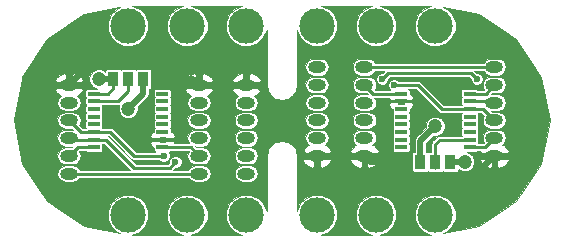
<source format=gbr>
G04 #@! TF.FileFunction,Copper,L2,Bot,Signal*
%FSLAX46Y46*%
G04 Gerber Fmt 4.6, Leading zero omitted, Abs format (unit mm)*
G04 Created by KiCad (PCBNEW 4.0.6) date 08/21/17 17:29:22*
%MOMM*%
%LPD*%
G01*
G04 APERTURE LIST*
%ADD10C,0.100000*%
%ADD11R,0.965200X1.270000*%
%ADD12R,1.000000X0.400000*%
%ADD13O,1.524000X1.000000*%
%ADD14C,3.000000*%
%ADD15C,1.200000*%
%ADD16C,0.600000*%
%ADD17C,0.500000*%
%ADD18C,0.250000*%
%ADD19C,0.026000*%
G04 APERTURE END LIST*
D10*
D11*
X8730000Y-6500000D03*
X10000000Y-6500000D03*
X11270000Y-6500000D03*
D12*
X12900000Y-7725000D03*
X12900000Y-8375000D03*
X12900000Y-9025000D03*
X12900000Y-9675000D03*
X12900000Y-10325000D03*
X12900000Y-10975000D03*
X12900000Y-11625000D03*
X12900000Y-12275000D03*
X7100000Y-12275000D03*
X7100000Y-11625000D03*
X7100000Y-10975000D03*
X7100000Y-10325000D03*
X7100000Y-9675000D03*
X7100000Y-9025000D03*
X7100000Y-8375000D03*
X7100000Y-7725000D03*
D13*
X5000000Y-7000000D03*
X5000000Y-8500000D03*
X5000000Y-10000000D03*
X5000000Y-11500000D03*
X5000000Y-13000000D03*
X5000000Y-14500000D03*
X20000000Y-7000000D03*
X20000000Y-8500000D03*
X20000000Y-10000000D03*
X20000000Y-11500000D03*
X20000000Y-13000000D03*
X20000000Y-14500000D03*
X16000000Y-7000000D03*
X16000000Y-8500000D03*
X16000000Y-10000000D03*
X16000000Y-11500000D03*
X16000000Y-13000000D03*
X16000000Y-14500000D03*
D11*
X37270000Y-13500000D03*
X36000000Y-13500000D03*
X34730000Y-13500000D03*
D12*
X33100000Y-12275000D03*
X33100000Y-11625000D03*
X33100000Y-10975000D03*
X33100000Y-10325000D03*
X33100000Y-9675000D03*
X33100000Y-9025000D03*
X33100000Y-8375000D03*
X33100000Y-7725000D03*
X38900000Y-7725000D03*
X38900000Y-8375000D03*
X38900000Y-9025000D03*
X38900000Y-9675000D03*
X38900000Y-10325000D03*
X38900000Y-10975000D03*
X38900000Y-11625000D03*
X38900000Y-12275000D03*
D13*
X26000000Y-13000000D03*
X26000000Y-11500000D03*
X26000000Y-10000000D03*
X26000000Y-8500000D03*
X26000000Y-7000000D03*
X26000000Y-5500000D03*
X30000000Y-13000000D03*
X30000000Y-11500000D03*
X30000000Y-10000000D03*
X30000000Y-8500000D03*
X30000000Y-7000000D03*
X30000000Y-5500000D03*
X41000000Y-13000000D03*
X41000000Y-11500000D03*
X41000000Y-10000000D03*
X41000000Y-8500000D03*
X41000000Y-7000000D03*
X41000000Y-5500000D03*
D14*
X31000000Y-2000000D03*
X31000000Y-18000000D03*
X15000000Y-18000000D03*
X15000000Y-2000000D03*
X26000000Y-18000000D03*
X26000000Y-2000000D03*
X20000000Y-2000000D03*
X20000000Y-18000000D03*
X10000000Y-18000000D03*
X10000000Y-2000000D03*
X36000000Y-18000000D03*
X36000000Y-2000000D03*
D15*
X38500000Y-13500000D03*
X7500000Y-6500000D03*
D16*
X34500000Y-8500000D03*
X11500000Y-11500000D03*
D15*
X33000000Y-13500000D03*
X13000000Y-6500000D03*
D16*
X14000000Y-13500000D03*
X13000000Y-13000000D03*
X39500000Y-6500000D03*
X31500000Y-6500000D03*
X32500000Y-7000000D03*
D15*
X10000000Y-9000000D03*
X36000000Y-10500000D03*
D17*
X8730000Y-6500000D02*
X7500000Y-6500000D01*
X38500000Y-13500000D02*
X37270000Y-13500000D01*
X7500000Y-6500000D02*
X8000000Y-6500000D01*
D18*
X7100000Y-7725000D02*
X8275000Y-7725000D01*
X8730000Y-7270000D02*
X8730000Y-6500000D01*
X8275000Y-7725000D02*
X8730000Y-7270000D01*
X38900000Y-12275000D02*
X40225000Y-12275000D01*
X40225000Y-12275000D02*
X41000000Y-11500000D01*
D17*
X22000000Y-10000000D02*
X24000000Y-10000000D01*
X21000000Y-7000000D02*
X21500000Y-7500000D01*
X21500000Y-7500000D02*
X21500000Y-9500000D01*
X21500000Y-9500000D02*
X22000000Y-10000000D01*
X24000000Y-10000000D02*
X24500000Y-10500000D01*
X24500000Y-10500000D02*
X24500000Y-12500000D01*
X24500000Y-12500000D02*
X25000000Y-13000000D01*
X26000000Y-13000000D02*
X25000000Y-13000000D01*
X21000000Y-7000000D02*
X20000000Y-7000000D01*
D18*
X33100000Y-8375000D02*
X34375000Y-8375000D01*
X34375000Y-8375000D02*
X34500000Y-8500000D01*
X12900000Y-11625000D02*
X11625000Y-11625000D01*
X11625000Y-11625000D02*
X11500000Y-11500000D01*
D17*
X30000000Y-13000000D02*
X30500000Y-13500000D01*
X30500000Y-13500000D02*
X33000000Y-13500000D01*
X33000000Y-13500000D02*
X33000000Y-14500000D01*
X33000000Y-14500000D02*
X33500000Y-15000000D01*
X33500000Y-15000000D02*
X34500000Y-15000000D01*
X34500000Y-15000000D02*
X39000000Y-15000000D01*
X41000000Y-13000000D02*
X39000000Y-15000000D01*
X13000000Y-6500000D02*
X13000000Y-5500000D01*
X7000000Y-5000000D02*
X5000000Y-7000000D01*
X12500000Y-5000000D02*
X7000000Y-5000000D01*
X13000000Y-5500000D02*
X12500000Y-5000000D01*
X16000000Y-7000000D02*
X15500000Y-6500000D01*
X15500000Y-6500000D02*
X13000000Y-6500000D01*
D18*
X10000000Y-6500000D02*
X10000000Y-7500000D01*
X9125000Y-8375000D02*
X7100000Y-8375000D01*
X10000000Y-7500000D02*
X9125000Y-8375000D01*
X12900000Y-12275000D02*
X15275000Y-12275000D01*
X15275000Y-12275000D02*
X16000000Y-13000000D01*
X5000000Y-13000000D02*
X5725000Y-12275000D01*
X5725000Y-12275000D02*
X7100000Y-12275000D01*
X8125000Y-11625000D02*
X7100000Y-11625000D01*
X10500000Y-14000000D02*
X8125000Y-11625000D01*
X13500000Y-14000000D02*
X10500000Y-14000000D01*
X14000000Y-13500000D02*
X13500000Y-14000000D01*
X5000000Y-11500000D02*
X5125000Y-11625000D01*
X5125000Y-11625000D02*
X7100000Y-11625000D01*
X7100000Y-10975000D02*
X8475000Y-10975000D01*
X10500000Y-13000000D02*
X13000000Y-13000000D01*
X8475000Y-10975000D02*
X10500000Y-13000000D01*
X7100000Y-10975000D02*
X5975000Y-10975000D01*
X5975000Y-10975000D02*
X5000000Y-10000000D01*
X16000000Y-14500000D02*
X5000000Y-14500000D01*
X36000000Y-12000000D02*
X36000000Y-14000000D01*
X36375000Y-11625000D02*
X36000000Y-12000000D01*
X38900000Y-11625000D02*
X36375000Y-11625000D01*
X33100000Y-7725000D02*
X30725000Y-7725000D01*
X30725000Y-7725000D02*
X30000000Y-7000000D01*
X40275000Y-7725000D02*
X38900000Y-7725000D01*
X38725000Y-7725000D02*
X38900000Y-7725000D01*
X41000000Y-7000000D02*
X40275000Y-7725000D01*
X31500000Y-6500000D02*
X32000000Y-6000000D01*
X39000000Y-6000000D02*
X39500000Y-6500000D01*
X32000000Y-6000000D02*
X39000000Y-6000000D01*
X38900000Y-8375000D02*
X40875000Y-8375000D01*
X40875000Y-8375000D02*
X41000000Y-8500000D01*
X32500000Y-7000000D02*
X34500000Y-7000000D01*
X38900000Y-9025000D02*
X36525000Y-9025000D01*
X36525000Y-9025000D02*
X34500000Y-7000000D01*
X38900000Y-9025000D02*
X40025000Y-9025000D01*
X40025000Y-9025000D02*
X41000000Y-10000000D01*
X41000000Y-5500000D02*
X30000000Y-5500000D01*
D17*
X11270000Y-6500000D02*
X11270000Y-7730000D01*
X11270000Y-7730000D02*
X10000000Y-9000000D01*
X34730000Y-13500000D02*
X34730000Y-11770000D01*
X34730000Y-11770000D02*
X36000000Y-10500000D01*
D19*
G36*
X14030931Y-546942D02*
X13548636Y-1028396D01*
X13287298Y-1657768D01*
X13286703Y-2339242D01*
X13546942Y-2969069D01*
X14028396Y-3451364D01*
X14657768Y-3712702D01*
X15339242Y-3713297D01*
X15969069Y-3453058D01*
X16451364Y-2971604D01*
X16712702Y-2342232D01*
X16713297Y-1660758D01*
X16453058Y-1030931D01*
X15971604Y-548636D01*
X15343923Y-288000D01*
X19657619Y-288000D01*
X19030931Y-546942D01*
X18548636Y-1028396D01*
X18287298Y-1657768D01*
X18286703Y-2339242D01*
X18546942Y-2969069D01*
X19028396Y-3451364D01*
X19657768Y-3712702D01*
X20339242Y-3713297D01*
X20969069Y-3453058D01*
X21451364Y-2971604D01*
X21712000Y-2343923D01*
X21712000Y-7000000D01*
X21717534Y-7027821D01*
X21717534Y-7056186D01*
X21793654Y-7438869D01*
X21836657Y-7542687D01*
X22053430Y-7867111D01*
X22132889Y-7946570D01*
X22457313Y-8163343D01*
X22561131Y-8206346D01*
X22943812Y-8282466D01*
X23056186Y-8282466D01*
X23438869Y-8206346D01*
X23542687Y-8163343D01*
X23867111Y-7946570D01*
X23946570Y-7867111D01*
X24163343Y-7542687D01*
X24206346Y-7438869D01*
X24282466Y-7056186D01*
X24282466Y-7027821D01*
X24288000Y-7000000D01*
X25005899Y-7000000D01*
X25060173Y-7272853D01*
X25214732Y-7504167D01*
X25446046Y-7658726D01*
X25718899Y-7713000D01*
X26281101Y-7713000D01*
X26553954Y-7658726D01*
X26785268Y-7504167D01*
X26939827Y-7272853D01*
X26994101Y-7000000D01*
X29005899Y-7000000D01*
X29060173Y-7272853D01*
X29214732Y-7504167D01*
X29446046Y-7658726D01*
X29718899Y-7713000D01*
X30234996Y-7713000D01*
X30315922Y-7793926D01*
X30281101Y-7787000D01*
X29718899Y-7787000D01*
X29446046Y-7841274D01*
X29214732Y-7995833D01*
X29060173Y-8227147D01*
X29005899Y-8500000D01*
X29060173Y-8772853D01*
X29214732Y-9004167D01*
X29446046Y-9158726D01*
X29718899Y-9213000D01*
X30281101Y-9213000D01*
X30553954Y-9158726D01*
X30785268Y-9004167D01*
X30939827Y-8772853D01*
X30973165Y-8605250D01*
X32079000Y-8605250D01*
X32079000Y-8678634D01*
X32158318Y-8870123D01*
X32304878Y-9016683D01*
X32382828Y-9048971D01*
X32382828Y-9225000D01*
X32397680Y-9303933D01*
X32427465Y-9350220D01*
X32399938Y-9390508D01*
X32382828Y-9475000D01*
X32382828Y-9875000D01*
X32397680Y-9953933D01*
X32427465Y-10000220D01*
X32399938Y-10040508D01*
X32382828Y-10125000D01*
X32382828Y-10525000D01*
X32397680Y-10603933D01*
X32427465Y-10650220D01*
X32399938Y-10690508D01*
X32382828Y-10775000D01*
X32382828Y-11175000D01*
X32397680Y-11253933D01*
X32427465Y-11300220D01*
X32399938Y-11340508D01*
X32382828Y-11425000D01*
X32382828Y-11825000D01*
X32397680Y-11903933D01*
X32427465Y-11950220D01*
X32399938Y-11990508D01*
X32382828Y-12075000D01*
X32382828Y-12475000D01*
X32397680Y-12553933D01*
X32444329Y-12626428D01*
X32515508Y-12675062D01*
X32600000Y-12692172D01*
X33600000Y-12692172D01*
X33678933Y-12677320D01*
X33751428Y-12630671D01*
X33800062Y-12559492D01*
X33817172Y-12475000D01*
X33817172Y-12075000D01*
X33802320Y-11996067D01*
X33772535Y-11949780D01*
X33800062Y-11909492D01*
X33817172Y-11825000D01*
X33817172Y-11425000D01*
X33802320Y-11346067D01*
X33772535Y-11299780D01*
X33800062Y-11259492D01*
X33817172Y-11175000D01*
X33817172Y-10775000D01*
X33802320Y-10696067D01*
X33772535Y-10649780D01*
X33800062Y-10609492D01*
X33817172Y-10525000D01*
X33817172Y-10125000D01*
X33802320Y-10046067D01*
X33772535Y-9999780D01*
X33800062Y-9959492D01*
X33817172Y-9875000D01*
X33817172Y-9475000D01*
X33802320Y-9396067D01*
X33772535Y-9349780D01*
X33800062Y-9309492D01*
X33817172Y-9225000D01*
X33817172Y-9048971D01*
X33895122Y-9016683D01*
X34041682Y-8870123D01*
X34121000Y-8678634D01*
X34121000Y-8605250D01*
X33990750Y-8475000D01*
X33341000Y-8475000D01*
X33341000Y-8575000D01*
X32859000Y-8575000D01*
X32859000Y-8475000D01*
X32209250Y-8475000D01*
X32079000Y-8605250D01*
X30973165Y-8605250D01*
X30994101Y-8500000D01*
X30939827Y-8227147D01*
X30830148Y-8063000D01*
X32082465Y-8063000D01*
X32079000Y-8071366D01*
X32079000Y-8144750D01*
X32209250Y-8275000D01*
X32859000Y-8275000D01*
X32859000Y-8175000D01*
X33341000Y-8175000D01*
X33341000Y-8275000D01*
X33990750Y-8275000D01*
X34121000Y-8144750D01*
X34121000Y-8071366D01*
X34041682Y-7879877D01*
X33895122Y-7733317D01*
X33817172Y-7701029D01*
X33817172Y-7525000D01*
X33802320Y-7446067D01*
X33755671Y-7373572D01*
X33703609Y-7338000D01*
X34359996Y-7338000D01*
X36285998Y-9264002D01*
X36395653Y-9337271D01*
X36525000Y-9363000D01*
X38218733Y-9363000D01*
X38199938Y-9390508D01*
X38182828Y-9475000D01*
X38182828Y-9875000D01*
X38197680Y-9953933D01*
X38227465Y-10000220D01*
X38199938Y-10040508D01*
X38182828Y-10125000D01*
X38182828Y-10525000D01*
X38197680Y-10603933D01*
X38227465Y-10650220D01*
X38199938Y-10690508D01*
X38182828Y-10775000D01*
X38182828Y-11175000D01*
X38197680Y-11253933D01*
X38218958Y-11287000D01*
X36375000Y-11287000D01*
X36245653Y-11312729D01*
X36135998Y-11385998D01*
X35760998Y-11760998D01*
X35687729Y-11870653D01*
X35662000Y-12000000D01*
X35662000Y-12647828D01*
X35517400Y-12647828D01*
X35438467Y-12662680D01*
X35365972Y-12709329D01*
X35364727Y-12711151D01*
X35297092Y-12664938D01*
X35212600Y-12647828D01*
X35193000Y-12647828D01*
X35193000Y-11961780D01*
X35841918Y-11312863D01*
X36161006Y-11313141D01*
X36459926Y-11189630D01*
X36688826Y-10961129D01*
X36812859Y-10662425D01*
X36813141Y-10338994D01*
X36689630Y-10040074D01*
X36461129Y-9811174D01*
X36162425Y-9687141D01*
X35838994Y-9686859D01*
X35540074Y-9810370D01*
X35311174Y-10038871D01*
X35187141Y-10337575D01*
X35186861Y-10658358D01*
X34402610Y-11442610D01*
X34302244Y-11592817D01*
X34302244Y-11592818D01*
X34267000Y-11770000D01*
X34267000Y-12647828D01*
X34247400Y-12647828D01*
X34168467Y-12662680D01*
X34095972Y-12709329D01*
X34047338Y-12780508D01*
X34030228Y-12865000D01*
X34030228Y-14135000D01*
X34045080Y-14213933D01*
X34091729Y-14286428D01*
X34162908Y-14335062D01*
X34247400Y-14352172D01*
X35212600Y-14352172D01*
X35291533Y-14337320D01*
X35364028Y-14290671D01*
X35365273Y-14288849D01*
X35432908Y-14335062D01*
X35517400Y-14352172D01*
X36482600Y-14352172D01*
X36561533Y-14337320D01*
X36634028Y-14290671D01*
X36635273Y-14288849D01*
X36702908Y-14335062D01*
X36787400Y-14352172D01*
X37752600Y-14352172D01*
X37831533Y-14337320D01*
X37904028Y-14290671D01*
X37952662Y-14219492D01*
X37969772Y-14135000D01*
X37969772Y-14119606D01*
X38038871Y-14188826D01*
X38337575Y-14312859D01*
X38661006Y-14313141D01*
X38959926Y-14189630D01*
X39188826Y-13961129D01*
X39312859Y-13662425D01*
X39313093Y-13393239D01*
X39795767Y-13393239D01*
X39922336Y-13618571D01*
X40221142Y-13883626D01*
X40598635Y-14014157D01*
X40759000Y-13893223D01*
X40759000Y-13241000D01*
X41241000Y-13241000D01*
X41241000Y-13893223D01*
X41401365Y-14014157D01*
X41778858Y-13883626D01*
X42077664Y-13618571D01*
X42204233Y-13393239D01*
X42119528Y-13241000D01*
X41241000Y-13241000D01*
X40759000Y-13241000D01*
X39880472Y-13241000D01*
X39795767Y-13393239D01*
X39313093Y-13393239D01*
X39313141Y-13338994D01*
X39189630Y-13040074D01*
X38961129Y-12811174D01*
X38674541Y-12692172D01*
X39400000Y-12692172D01*
X39478933Y-12677320D01*
X39551428Y-12630671D01*
X39563502Y-12613000D01*
X39799238Y-12613000D01*
X39880472Y-12759000D01*
X40759000Y-12759000D01*
X40759000Y-12739000D01*
X41241000Y-12739000D01*
X41241000Y-12759000D01*
X42119528Y-12759000D01*
X42204233Y-12606761D01*
X42077664Y-12381429D01*
X41778858Y-12116374D01*
X41672420Y-12079569D01*
X41785268Y-12004167D01*
X41939827Y-11772853D01*
X41994101Y-11500000D01*
X41939827Y-11227147D01*
X41785268Y-10995833D01*
X41553954Y-10841274D01*
X41281101Y-10787000D01*
X40718899Y-10787000D01*
X40446046Y-10841274D01*
X40214732Y-10995833D01*
X40060173Y-11227147D01*
X40005899Y-11500000D01*
X40060173Y-11772853D01*
X40135864Y-11886132D01*
X40084996Y-11937000D01*
X39581267Y-11937000D01*
X39600062Y-11909492D01*
X39617172Y-11825000D01*
X39617172Y-11425000D01*
X39602320Y-11346067D01*
X39572535Y-11299780D01*
X39600062Y-11259492D01*
X39617172Y-11175000D01*
X39617172Y-10775000D01*
X39602320Y-10696067D01*
X39572535Y-10649780D01*
X39600062Y-10609492D01*
X39617172Y-10525000D01*
X39617172Y-10125000D01*
X39602320Y-10046067D01*
X39572535Y-9999780D01*
X39600062Y-9959492D01*
X39617172Y-9875000D01*
X39617172Y-9475000D01*
X39602320Y-9396067D01*
X39581042Y-9363000D01*
X39884996Y-9363000D01*
X40135864Y-9613868D01*
X40060173Y-9727147D01*
X40005899Y-10000000D01*
X40060173Y-10272853D01*
X40214732Y-10504167D01*
X40446046Y-10658726D01*
X40718899Y-10713000D01*
X41281101Y-10713000D01*
X41553954Y-10658726D01*
X41785268Y-10504167D01*
X41939827Y-10272853D01*
X41994101Y-10000000D01*
X41939827Y-9727147D01*
X41785268Y-9495833D01*
X41553954Y-9341274D01*
X41281101Y-9287000D01*
X40765004Y-9287000D01*
X40684078Y-9206074D01*
X40718899Y-9213000D01*
X41281101Y-9213000D01*
X41553954Y-9158726D01*
X41785268Y-9004167D01*
X41939827Y-8772853D01*
X41994101Y-8500000D01*
X41939827Y-8227147D01*
X41785268Y-7995833D01*
X41553954Y-7841274D01*
X41281101Y-7787000D01*
X40718899Y-7787000D01*
X40684078Y-7793926D01*
X40765004Y-7713000D01*
X41281101Y-7713000D01*
X41553954Y-7658726D01*
X41785268Y-7504167D01*
X41939827Y-7272853D01*
X41994101Y-7000000D01*
X41939827Y-6727147D01*
X41785268Y-6495833D01*
X41553954Y-6341274D01*
X41281101Y-6287000D01*
X40718899Y-6287000D01*
X40446046Y-6341274D01*
X40214732Y-6495833D01*
X40060173Y-6727147D01*
X40005899Y-7000000D01*
X40060173Y-7272853D01*
X40135864Y-7386132D01*
X40134996Y-7387000D01*
X39564312Y-7387000D01*
X39555671Y-7373572D01*
X39484492Y-7324938D01*
X39400000Y-7307828D01*
X38400000Y-7307828D01*
X38321067Y-7322680D01*
X38248572Y-7369329D01*
X38199938Y-7440508D01*
X38182828Y-7525000D01*
X38182828Y-7925000D01*
X38197680Y-8003933D01*
X38227465Y-8050220D01*
X38199938Y-8090508D01*
X38182828Y-8175000D01*
X38182828Y-8575000D01*
X38197680Y-8653933D01*
X38218958Y-8687000D01*
X36665004Y-8687000D01*
X34739002Y-6760998D01*
X34629347Y-6687729D01*
X34500000Y-6662000D01*
X32887448Y-6662000D01*
X32790970Y-6565354D01*
X32602490Y-6487090D01*
X32398406Y-6486911D01*
X32209789Y-6564846D01*
X32065354Y-6709030D01*
X31987090Y-6897510D01*
X31986911Y-7101594D01*
X32064846Y-7290211D01*
X32161467Y-7387000D01*
X30865004Y-7387000D01*
X30864136Y-7386132D01*
X30939827Y-7272853D01*
X30994101Y-7000000D01*
X30939827Y-6727147D01*
X30785268Y-6495833D01*
X30553954Y-6341274D01*
X30281101Y-6287000D01*
X29718899Y-6287000D01*
X29446046Y-6341274D01*
X29214732Y-6495833D01*
X29060173Y-6727147D01*
X29005899Y-7000000D01*
X26994101Y-7000000D01*
X26939827Y-6727147D01*
X26785268Y-6495833D01*
X26553954Y-6341274D01*
X26281101Y-6287000D01*
X25718899Y-6287000D01*
X25446046Y-6341274D01*
X25214732Y-6495833D01*
X25060173Y-6727147D01*
X25005899Y-7000000D01*
X24288000Y-7000000D01*
X24288000Y-5500000D01*
X25005899Y-5500000D01*
X25060173Y-5772853D01*
X25214732Y-6004167D01*
X25446046Y-6158726D01*
X25718899Y-6213000D01*
X26281101Y-6213000D01*
X26553954Y-6158726D01*
X26785268Y-6004167D01*
X26939827Y-5772853D01*
X26994101Y-5500000D01*
X29005899Y-5500000D01*
X29060173Y-5772853D01*
X29214732Y-6004167D01*
X29446046Y-6158726D01*
X29718899Y-6213000D01*
X30281101Y-6213000D01*
X30553954Y-6158726D01*
X30785268Y-6004167D01*
X30896297Y-5838000D01*
X31683996Y-5838000D01*
X31534965Y-5987031D01*
X31398406Y-5986911D01*
X31209789Y-6064846D01*
X31065354Y-6209030D01*
X30987090Y-6397510D01*
X30986911Y-6601594D01*
X31064846Y-6790211D01*
X31209030Y-6934646D01*
X31397510Y-7012910D01*
X31601594Y-7013089D01*
X31790211Y-6935154D01*
X31934646Y-6790970D01*
X32012910Y-6602490D01*
X32013031Y-6464973D01*
X32140004Y-6338000D01*
X38859996Y-6338000D01*
X38987031Y-6465035D01*
X38986911Y-6601594D01*
X39064846Y-6790211D01*
X39209030Y-6934646D01*
X39397510Y-7012910D01*
X39601594Y-7013089D01*
X39790211Y-6935154D01*
X39934646Y-6790970D01*
X40012910Y-6602490D01*
X40013089Y-6398406D01*
X39935154Y-6209789D01*
X39790970Y-6065354D01*
X39602490Y-5987090D01*
X39464973Y-5986969D01*
X39316004Y-5838000D01*
X40103703Y-5838000D01*
X40214732Y-6004167D01*
X40446046Y-6158726D01*
X40718899Y-6213000D01*
X41281101Y-6213000D01*
X41553954Y-6158726D01*
X41785268Y-6004167D01*
X41939827Y-5772853D01*
X41994101Y-5500000D01*
X41939827Y-5227147D01*
X41785268Y-4995833D01*
X41553954Y-4841274D01*
X41281101Y-4787000D01*
X40718899Y-4787000D01*
X40446046Y-4841274D01*
X40214732Y-4995833D01*
X40103703Y-5162000D01*
X30896297Y-5162000D01*
X30785268Y-4995833D01*
X30553954Y-4841274D01*
X30281101Y-4787000D01*
X29718899Y-4787000D01*
X29446046Y-4841274D01*
X29214732Y-4995833D01*
X29060173Y-5227147D01*
X29005899Y-5500000D01*
X26994101Y-5500000D01*
X26939827Y-5227147D01*
X26785268Y-4995833D01*
X26553954Y-4841274D01*
X26281101Y-4787000D01*
X25718899Y-4787000D01*
X25446046Y-4841274D01*
X25214732Y-4995833D01*
X25060173Y-5227147D01*
X25005899Y-5500000D01*
X24288000Y-5500000D01*
X24288000Y-2342381D01*
X24546942Y-2969069D01*
X25028396Y-3451364D01*
X25657768Y-3712702D01*
X26339242Y-3713297D01*
X26969069Y-3453058D01*
X27451364Y-2971604D01*
X27712702Y-2342232D01*
X27713297Y-1660758D01*
X27453058Y-1030931D01*
X26971604Y-548636D01*
X26343923Y-288000D01*
X30657619Y-288000D01*
X30030931Y-546942D01*
X29548636Y-1028396D01*
X29287298Y-1657768D01*
X29286703Y-2339242D01*
X29546942Y-2969069D01*
X30028396Y-3451364D01*
X30657768Y-3712702D01*
X31339242Y-3713297D01*
X31969069Y-3453058D01*
X32451364Y-2971604D01*
X32712702Y-2342232D01*
X32713297Y-1660758D01*
X32453058Y-1030931D01*
X31971604Y-548636D01*
X31343923Y-288000D01*
X35657619Y-288000D01*
X35030931Y-546942D01*
X34548636Y-1028396D01*
X34287298Y-1657768D01*
X34286703Y-2339242D01*
X34546942Y-2969069D01*
X35028396Y-3451364D01*
X35657768Y-3712702D01*
X36339242Y-3713297D01*
X36969069Y-3453058D01*
X37451364Y-2971604D01*
X37712702Y-2342232D01*
X37713297Y-1660758D01*
X37453058Y-1030931D01*
X36971604Y-548636D01*
X36686246Y-430145D01*
X39714462Y-1032495D01*
X42863433Y-3136570D01*
X44967505Y-6285539D01*
X45706358Y-10000000D01*
X44967505Y-13714461D01*
X42863433Y-16863430D01*
X39714462Y-18967505D01*
X36686540Y-19569797D01*
X36969069Y-19453058D01*
X37451364Y-18971604D01*
X37712702Y-18342232D01*
X37713297Y-17660758D01*
X37453058Y-17030931D01*
X36971604Y-16548636D01*
X36342232Y-16287298D01*
X35660758Y-16286703D01*
X35030931Y-16546942D01*
X34548636Y-17028396D01*
X34287298Y-17657768D01*
X34286703Y-18339242D01*
X34546942Y-18969069D01*
X35028396Y-19451364D01*
X35656077Y-19712000D01*
X31342381Y-19712000D01*
X31969069Y-19453058D01*
X32451364Y-18971604D01*
X32712702Y-18342232D01*
X32713297Y-17660758D01*
X32453058Y-17030931D01*
X31971604Y-16548636D01*
X31342232Y-16287298D01*
X30660758Y-16286703D01*
X30030931Y-16546942D01*
X29548636Y-17028396D01*
X29287298Y-17657768D01*
X29286703Y-18339242D01*
X29546942Y-18969069D01*
X30028396Y-19451364D01*
X30656077Y-19712000D01*
X26342381Y-19712000D01*
X26969069Y-19453058D01*
X27451364Y-18971604D01*
X27712702Y-18342232D01*
X27713297Y-17660758D01*
X27453058Y-17030931D01*
X26971604Y-16548636D01*
X26342232Y-16287298D01*
X25660758Y-16286703D01*
X25030931Y-16546942D01*
X24548636Y-17028396D01*
X24288000Y-17656077D01*
X24288000Y-13393239D01*
X24795767Y-13393239D01*
X24922336Y-13618571D01*
X25221142Y-13883626D01*
X25598635Y-14014157D01*
X25759000Y-13893223D01*
X25759000Y-13241000D01*
X26241000Y-13241000D01*
X26241000Y-13893223D01*
X26401365Y-14014157D01*
X26778858Y-13883626D01*
X27077664Y-13618571D01*
X27204233Y-13393239D01*
X28795767Y-13393239D01*
X28922336Y-13618571D01*
X29221142Y-13883626D01*
X29598635Y-14014157D01*
X29759000Y-13893223D01*
X29759000Y-13241000D01*
X30241000Y-13241000D01*
X30241000Y-13893223D01*
X30401365Y-14014157D01*
X30778858Y-13883626D01*
X31077664Y-13618571D01*
X31204233Y-13393239D01*
X31119528Y-13241000D01*
X30241000Y-13241000D01*
X29759000Y-13241000D01*
X28880472Y-13241000D01*
X28795767Y-13393239D01*
X27204233Y-13393239D01*
X27119528Y-13241000D01*
X26241000Y-13241000D01*
X25759000Y-13241000D01*
X24880472Y-13241000D01*
X24795767Y-13393239D01*
X24288000Y-13393239D01*
X24288000Y-13000000D01*
X24282466Y-12972179D01*
X24282466Y-12943814D01*
X24215423Y-12606761D01*
X24795767Y-12606761D01*
X24880472Y-12759000D01*
X25759000Y-12759000D01*
X25759000Y-12739000D01*
X26241000Y-12739000D01*
X26241000Y-12759000D01*
X27119528Y-12759000D01*
X27204233Y-12606761D01*
X28795767Y-12606761D01*
X28880472Y-12759000D01*
X29759000Y-12759000D01*
X29759000Y-12739000D01*
X30241000Y-12739000D01*
X30241000Y-12759000D01*
X31119528Y-12759000D01*
X31204233Y-12606761D01*
X31077664Y-12381429D01*
X30778858Y-12116374D01*
X30672420Y-12079569D01*
X30785268Y-12004167D01*
X30939827Y-11772853D01*
X30994101Y-11500000D01*
X30939827Y-11227147D01*
X30785268Y-10995833D01*
X30553954Y-10841274D01*
X30281101Y-10787000D01*
X29718899Y-10787000D01*
X29446046Y-10841274D01*
X29214732Y-10995833D01*
X29060173Y-11227147D01*
X29005899Y-11500000D01*
X29060173Y-11772853D01*
X29214732Y-12004167D01*
X29327580Y-12079569D01*
X29221142Y-12116374D01*
X28922336Y-12381429D01*
X28795767Y-12606761D01*
X27204233Y-12606761D01*
X27077664Y-12381429D01*
X26778858Y-12116374D01*
X26672420Y-12079569D01*
X26785268Y-12004167D01*
X26939827Y-11772853D01*
X26994101Y-11500000D01*
X26939827Y-11227147D01*
X26785268Y-10995833D01*
X26553954Y-10841274D01*
X26281101Y-10787000D01*
X25718899Y-10787000D01*
X25446046Y-10841274D01*
X25214732Y-10995833D01*
X25060173Y-11227147D01*
X25005899Y-11500000D01*
X25060173Y-11772853D01*
X25214732Y-12004167D01*
X25327580Y-12079569D01*
X25221142Y-12116374D01*
X24922336Y-12381429D01*
X24795767Y-12606761D01*
X24215423Y-12606761D01*
X24206346Y-12561131D01*
X24163343Y-12457313D01*
X24163342Y-12457312D01*
X23946570Y-12132889D01*
X23867111Y-12053430D01*
X23542687Y-11836657D01*
X23438869Y-11793654D01*
X23056186Y-11717534D01*
X22943812Y-11717534D01*
X22561131Y-11793654D01*
X22457313Y-11836657D01*
X22132889Y-12053430D01*
X22053430Y-12132889D01*
X21836658Y-12457312D01*
X21836657Y-12457313D01*
X21793654Y-12561131D01*
X21717534Y-12943814D01*
X21717534Y-12972179D01*
X21712000Y-13000000D01*
X21712000Y-17657619D01*
X21453058Y-17030931D01*
X20971604Y-16548636D01*
X20342232Y-16287298D01*
X19660758Y-16286703D01*
X19030931Y-16546942D01*
X18548636Y-17028396D01*
X18287298Y-17657768D01*
X18286703Y-18339242D01*
X18546942Y-18969069D01*
X19028396Y-19451364D01*
X19656077Y-19712000D01*
X15342381Y-19712000D01*
X15969069Y-19453058D01*
X16451364Y-18971604D01*
X16712702Y-18342232D01*
X16713297Y-17660758D01*
X16453058Y-17030931D01*
X15971604Y-16548636D01*
X15342232Y-16287298D01*
X14660758Y-16286703D01*
X14030931Y-16546942D01*
X13548636Y-17028396D01*
X13287298Y-17657768D01*
X13286703Y-18339242D01*
X13546942Y-18969069D01*
X14028396Y-19451364D01*
X14656077Y-19712000D01*
X10342381Y-19712000D01*
X10969069Y-19453058D01*
X11451364Y-18971604D01*
X11712702Y-18342232D01*
X11713297Y-17660758D01*
X11453058Y-17030931D01*
X10971604Y-16548636D01*
X10342232Y-16287298D01*
X9660758Y-16286703D01*
X9030931Y-16546942D01*
X8548636Y-17028396D01*
X8287298Y-17657768D01*
X8286703Y-18339242D01*
X8546942Y-18969069D01*
X9028396Y-19451364D01*
X9313754Y-19569855D01*
X6285539Y-18967505D01*
X3136570Y-16863433D01*
X1032495Y-13714462D01*
X293642Y-10000000D01*
X4005899Y-10000000D01*
X4060173Y-10272853D01*
X4214732Y-10504167D01*
X4446046Y-10658726D01*
X4718899Y-10713000D01*
X5234996Y-10713000D01*
X5315922Y-10793926D01*
X5281101Y-10787000D01*
X4718899Y-10787000D01*
X4446046Y-10841274D01*
X4214732Y-10995833D01*
X4060173Y-11227147D01*
X4005899Y-11500000D01*
X4060173Y-11772853D01*
X4214732Y-12004167D01*
X4446046Y-12158726D01*
X4718899Y-12213000D01*
X5281101Y-12213000D01*
X5315922Y-12206074D01*
X5234996Y-12287000D01*
X4718899Y-12287000D01*
X4446046Y-12341274D01*
X4214732Y-12495833D01*
X4060173Y-12727147D01*
X4005899Y-13000000D01*
X4060173Y-13272853D01*
X4214732Y-13504167D01*
X4446046Y-13658726D01*
X4718899Y-13713000D01*
X5281101Y-13713000D01*
X5553954Y-13658726D01*
X5785268Y-13504167D01*
X5939827Y-13272853D01*
X5994101Y-13000000D01*
X5939827Y-12727147D01*
X5864136Y-12613868D01*
X5865004Y-12613000D01*
X6435688Y-12613000D01*
X6444329Y-12626428D01*
X6515508Y-12675062D01*
X6600000Y-12692172D01*
X7600000Y-12692172D01*
X7678933Y-12677320D01*
X7751428Y-12630671D01*
X7800062Y-12559492D01*
X7817172Y-12475000D01*
X7817172Y-12075000D01*
X7802320Y-11996067D01*
X7781042Y-11963000D01*
X7984996Y-11963000D01*
X10183996Y-14162000D01*
X5896297Y-14162000D01*
X5785268Y-13995833D01*
X5553954Y-13841274D01*
X5281101Y-13787000D01*
X4718899Y-13787000D01*
X4446046Y-13841274D01*
X4214732Y-13995833D01*
X4060173Y-14227147D01*
X4005899Y-14500000D01*
X4060173Y-14772853D01*
X4214732Y-15004167D01*
X4446046Y-15158726D01*
X4718899Y-15213000D01*
X5281101Y-15213000D01*
X5553954Y-15158726D01*
X5785268Y-15004167D01*
X5896297Y-14838000D01*
X15103703Y-14838000D01*
X15214732Y-15004167D01*
X15446046Y-15158726D01*
X15718899Y-15213000D01*
X16281101Y-15213000D01*
X16553954Y-15158726D01*
X16785268Y-15004167D01*
X16939827Y-14772853D01*
X16994101Y-14500000D01*
X19005899Y-14500000D01*
X19060173Y-14772853D01*
X19214732Y-15004167D01*
X19446046Y-15158726D01*
X19718899Y-15213000D01*
X20281101Y-15213000D01*
X20553954Y-15158726D01*
X20785268Y-15004167D01*
X20939827Y-14772853D01*
X20994101Y-14500000D01*
X20939827Y-14227147D01*
X20785268Y-13995833D01*
X20553954Y-13841274D01*
X20281101Y-13787000D01*
X19718899Y-13787000D01*
X19446046Y-13841274D01*
X19214732Y-13995833D01*
X19060173Y-14227147D01*
X19005899Y-14500000D01*
X16994101Y-14500000D01*
X16939827Y-14227147D01*
X16785268Y-13995833D01*
X16553954Y-13841274D01*
X16281101Y-13787000D01*
X15718899Y-13787000D01*
X15446046Y-13841274D01*
X15214732Y-13995833D01*
X15103703Y-14162000D01*
X13816004Y-14162000D01*
X13965035Y-14012969D01*
X14101594Y-14013089D01*
X14290211Y-13935154D01*
X14434646Y-13790970D01*
X14512910Y-13602490D01*
X14513089Y-13398406D01*
X14435154Y-13209789D01*
X14290970Y-13065354D01*
X14102490Y-12987090D01*
X13898406Y-12986911D01*
X13709789Y-13064846D01*
X13565354Y-13209030D01*
X13487090Y-13397510D01*
X13486969Y-13535027D01*
X13359996Y-13662000D01*
X10640004Y-13662000D01*
X8364002Y-11385998D01*
X8254753Y-11313000D01*
X8334996Y-11313000D01*
X10260998Y-13239002D01*
X10370653Y-13312271D01*
X10500000Y-13338000D01*
X12612552Y-13338000D01*
X12709030Y-13434646D01*
X12897510Y-13512910D01*
X13101594Y-13513089D01*
X13290211Y-13435154D01*
X13434646Y-13290970D01*
X13512910Y-13102490D01*
X13513089Y-12898406D01*
X13435154Y-12709789D01*
X13414790Y-12689389D01*
X13478933Y-12677320D01*
X13551428Y-12630671D01*
X13563502Y-12613000D01*
X15134996Y-12613000D01*
X15135864Y-12613868D01*
X15060173Y-12727147D01*
X15005899Y-13000000D01*
X15060173Y-13272853D01*
X15214732Y-13504167D01*
X15446046Y-13658726D01*
X15718899Y-13713000D01*
X16281101Y-13713000D01*
X16553954Y-13658726D01*
X16785268Y-13504167D01*
X16939827Y-13272853D01*
X16994101Y-13000000D01*
X19005899Y-13000000D01*
X19060173Y-13272853D01*
X19214732Y-13504167D01*
X19446046Y-13658726D01*
X19718899Y-13713000D01*
X20281101Y-13713000D01*
X20553954Y-13658726D01*
X20785268Y-13504167D01*
X20939827Y-13272853D01*
X20994101Y-13000000D01*
X20939827Y-12727147D01*
X20785268Y-12495833D01*
X20553954Y-12341274D01*
X20281101Y-12287000D01*
X19718899Y-12287000D01*
X19446046Y-12341274D01*
X19214732Y-12495833D01*
X19060173Y-12727147D01*
X19005899Y-13000000D01*
X16994101Y-13000000D01*
X16939827Y-12727147D01*
X16785268Y-12495833D01*
X16553954Y-12341274D01*
X16281101Y-12287000D01*
X15765004Y-12287000D01*
X15684078Y-12206074D01*
X15718899Y-12213000D01*
X16281101Y-12213000D01*
X16553954Y-12158726D01*
X16785268Y-12004167D01*
X16939827Y-11772853D01*
X16994101Y-11500000D01*
X19005899Y-11500000D01*
X19060173Y-11772853D01*
X19214732Y-12004167D01*
X19446046Y-12158726D01*
X19718899Y-12213000D01*
X20281101Y-12213000D01*
X20553954Y-12158726D01*
X20785268Y-12004167D01*
X20939827Y-11772853D01*
X20994101Y-11500000D01*
X20939827Y-11227147D01*
X20785268Y-10995833D01*
X20553954Y-10841274D01*
X20281101Y-10787000D01*
X19718899Y-10787000D01*
X19446046Y-10841274D01*
X19214732Y-10995833D01*
X19060173Y-11227147D01*
X19005899Y-11500000D01*
X16994101Y-11500000D01*
X16939827Y-11227147D01*
X16785268Y-10995833D01*
X16553954Y-10841274D01*
X16281101Y-10787000D01*
X15718899Y-10787000D01*
X15446046Y-10841274D01*
X15214732Y-10995833D01*
X15060173Y-11227147D01*
X15005899Y-11500000D01*
X15060173Y-11772853D01*
X15169852Y-11937000D01*
X13917535Y-11937000D01*
X13921000Y-11928634D01*
X13921000Y-11855250D01*
X13790750Y-11725000D01*
X13141000Y-11725000D01*
X13141000Y-11825000D01*
X12659000Y-11825000D01*
X12659000Y-11725000D01*
X12009250Y-11725000D01*
X11879000Y-11855250D01*
X11879000Y-11928634D01*
X11958318Y-12120123D01*
X12104878Y-12266683D01*
X12182828Y-12298971D01*
X12182828Y-12475000D01*
X12197680Y-12553933D01*
X12244329Y-12626428D01*
X12296391Y-12662000D01*
X10640004Y-12662000D01*
X9299370Y-11321366D01*
X11879000Y-11321366D01*
X11879000Y-11394750D01*
X12009250Y-11525000D01*
X12659000Y-11525000D01*
X12659000Y-11425000D01*
X13141000Y-11425000D01*
X13141000Y-11525000D01*
X13790750Y-11525000D01*
X13921000Y-11394750D01*
X13921000Y-11321366D01*
X13841682Y-11129877D01*
X13695122Y-10983317D01*
X13617172Y-10951029D01*
X13617172Y-10775000D01*
X13602320Y-10696067D01*
X13572535Y-10649780D01*
X13600062Y-10609492D01*
X13617172Y-10525000D01*
X13617172Y-10125000D01*
X13602320Y-10046067D01*
X13572677Y-10000000D01*
X15005899Y-10000000D01*
X15060173Y-10272853D01*
X15214732Y-10504167D01*
X15446046Y-10658726D01*
X15718899Y-10713000D01*
X16281101Y-10713000D01*
X16553954Y-10658726D01*
X16785268Y-10504167D01*
X16939827Y-10272853D01*
X16994101Y-10000000D01*
X19005899Y-10000000D01*
X19060173Y-10272853D01*
X19214732Y-10504167D01*
X19446046Y-10658726D01*
X19718899Y-10713000D01*
X20281101Y-10713000D01*
X20553954Y-10658726D01*
X20785268Y-10504167D01*
X20939827Y-10272853D01*
X20994101Y-10000000D01*
X25005899Y-10000000D01*
X25060173Y-10272853D01*
X25214732Y-10504167D01*
X25446046Y-10658726D01*
X25718899Y-10713000D01*
X26281101Y-10713000D01*
X26553954Y-10658726D01*
X26785268Y-10504167D01*
X26939827Y-10272853D01*
X26994101Y-10000000D01*
X29005899Y-10000000D01*
X29060173Y-10272853D01*
X29214732Y-10504167D01*
X29446046Y-10658726D01*
X29718899Y-10713000D01*
X30281101Y-10713000D01*
X30553954Y-10658726D01*
X30785268Y-10504167D01*
X30939827Y-10272853D01*
X30994101Y-10000000D01*
X30939827Y-9727147D01*
X30785268Y-9495833D01*
X30553954Y-9341274D01*
X30281101Y-9287000D01*
X29718899Y-9287000D01*
X29446046Y-9341274D01*
X29214732Y-9495833D01*
X29060173Y-9727147D01*
X29005899Y-10000000D01*
X26994101Y-10000000D01*
X26939827Y-9727147D01*
X26785268Y-9495833D01*
X26553954Y-9341274D01*
X26281101Y-9287000D01*
X25718899Y-9287000D01*
X25446046Y-9341274D01*
X25214732Y-9495833D01*
X25060173Y-9727147D01*
X25005899Y-10000000D01*
X20994101Y-10000000D01*
X20939827Y-9727147D01*
X20785268Y-9495833D01*
X20553954Y-9341274D01*
X20281101Y-9287000D01*
X19718899Y-9287000D01*
X19446046Y-9341274D01*
X19214732Y-9495833D01*
X19060173Y-9727147D01*
X19005899Y-10000000D01*
X16994101Y-10000000D01*
X16939827Y-9727147D01*
X16785268Y-9495833D01*
X16553954Y-9341274D01*
X16281101Y-9287000D01*
X15718899Y-9287000D01*
X15446046Y-9341274D01*
X15214732Y-9495833D01*
X15060173Y-9727147D01*
X15005899Y-10000000D01*
X13572677Y-10000000D01*
X13572535Y-9999780D01*
X13600062Y-9959492D01*
X13617172Y-9875000D01*
X13617172Y-9475000D01*
X13602320Y-9396067D01*
X13572535Y-9349780D01*
X13600062Y-9309492D01*
X13617172Y-9225000D01*
X13617172Y-8825000D01*
X13602320Y-8746067D01*
X13572535Y-8699780D01*
X13600062Y-8659492D01*
X13617172Y-8575000D01*
X13617172Y-8175000D01*
X13602320Y-8096067D01*
X13572535Y-8049780D01*
X13600062Y-8009492D01*
X13617172Y-7925000D01*
X13617172Y-7525000D01*
X13602320Y-7446067D01*
X13568327Y-7393239D01*
X14795767Y-7393239D01*
X14922336Y-7618571D01*
X15221142Y-7883626D01*
X15327580Y-7920431D01*
X15214732Y-7995833D01*
X15060173Y-8227147D01*
X15005899Y-8500000D01*
X15060173Y-8772853D01*
X15214732Y-9004167D01*
X15446046Y-9158726D01*
X15718899Y-9213000D01*
X16281101Y-9213000D01*
X16553954Y-9158726D01*
X16785268Y-9004167D01*
X16939827Y-8772853D01*
X16994101Y-8500000D01*
X16939827Y-8227147D01*
X16785268Y-7995833D01*
X16672420Y-7920431D01*
X16778858Y-7883626D01*
X17077664Y-7618571D01*
X17204233Y-7393239D01*
X18795767Y-7393239D01*
X18922336Y-7618571D01*
X19221142Y-7883626D01*
X19327580Y-7920431D01*
X19214732Y-7995833D01*
X19060173Y-8227147D01*
X19005899Y-8500000D01*
X19060173Y-8772853D01*
X19214732Y-9004167D01*
X19446046Y-9158726D01*
X19718899Y-9213000D01*
X20281101Y-9213000D01*
X20553954Y-9158726D01*
X20785268Y-9004167D01*
X20939827Y-8772853D01*
X20994101Y-8500000D01*
X25005899Y-8500000D01*
X25060173Y-8772853D01*
X25214732Y-9004167D01*
X25446046Y-9158726D01*
X25718899Y-9213000D01*
X26281101Y-9213000D01*
X26553954Y-9158726D01*
X26785268Y-9004167D01*
X26939827Y-8772853D01*
X26994101Y-8500000D01*
X26939827Y-8227147D01*
X26785268Y-7995833D01*
X26553954Y-7841274D01*
X26281101Y-7787000D01*
X25718899Y-7787000D01*
X25446046Y-7841274D01*
X25214732Y-7995833D01*
X25060173Y-8227147D01*
X25005899Y-8500000D01*
X20994101Y-8500000D01*
X20939827Y-8227147D01*
X20785268Y-7995833D01*
X20672420Y-7920431D01*
X20778858Y-7883626D01*
X21077664Y-7618571D01*
X21204233Y-7393239D01*
X21119528Y-7241000D01*
X20241000Y-7241000D01*
X20241000Y-7261000D01*
X19759000Y-7261000D01*
X19759000Y-7241000D01*
X18880472Y-7241000D01*
X18795767Y-7393239D01*
X17204233Y-7393239D01*
X17119528Y-7241000D01*
X16241000Y-7241000D01*
X16241000Y-7261000D01*
X15759000Y-7261000D01*
X15759000Y-7241000D01*
X14880472Y-7241000D01*
X14795767Y-7393239D01*
X13568327Y-7393239D01*
X13555671Y-7373572D01*
X13484492Y-7324938D01*
X13400000Y-7307828D01*
X12400000Y-7307828D01*
X12321067Y-7322680D01*
X12248572Y-7369329D01*
X12199938Y-7440508D01*
X12182828Y-7525000D01*
X12182828Y-7925000D01*
X12197680Y-8003933D01*
X12227465Y-8050220D01*
X12199938Y-8090508D01*
X12182828Y-8175000D01*
X12182828Y-8575000D01*
X12197680Y-8653933D01*
X12227465Y-8700220D01*
X12199938Y-8740508D01*
X12182828Y-8825000D01*
X12182828Y-9225000D01*
X12197680Y-9303933D01*
X12227465Y-9350220D01*
X12199938Y-9390508D01*
X12182828Y-9475000D01*
X12182828Y-9875000D01*
X12197680Y-9953933D01*
X12227465Y-10000220D01*
X12199938Y-10040508D01*
X12182828Y-10125000D01*
X12182828Y-10525000D01*
X12197680Y-10603933D01*
X12227465Y-10650220D01*
X12199938Y-10690508D01*
X12182828Y-10775000D01*
X12182828Y-10951029D01*
X12104878Y-10983317D01*
X11958318Y-11129877D01*
X11879000Y-11321366D01*
X9299370Y-11321366D01*
X8714002Y-10735998D01*
X8604347Y-10662729D01*
X8475000Y-10637000D01*
X7781267Y-10637000D01*
X7800062Y-10609492D01*
X7817172Y-10525000D01*
X7817172Y-10125000D01*
X7802320Y-10046067D01*
X7772535Y-9999780D01*
X7800062Y-9959492D01*
X7817172Y-9875000D01*
X7817172Y-9475000D01*
X7802320Y-9396067D01*
X7772535Y-9349780D01*
X7800062Y-9309492D01*
X7817172Y-9225000D01*
X7817172Y-8825000D01*
X7802320Y-8746067D01*
X7781042Y-8713000D01*
X9125000Y-8713000D01*
X9249121Y-8688310D01*
X9187141Y-8837575D01*
X9186859Y-9161006D01*
X9310370Y-9459926D01*
X9538871Y-9688826D01*
X9837575Y-9812859D01*
X10161006Y-9813141D01*
X10459926Y-9689630D01*
X10688826Y-9461129D01*
X10812859Y-9162425D01*
X10813139Y-8841642D01*
X11597390Y-8057391D01*
X11697756Y-7907183D01*
X11705727Y-7867111D01*
X11733000Y-7730000D01*
X11733000Y-7352172D01*
X11752600Y-7352172D01*
X11831533Y-7337320D01*
X11904028Y-7290671D01*
X11952662Y-7219492D01*
X11969772Y-7135000D01*
X11969772Y-6606761D01*
X14795767Y-6606761D01*
X14880472Y-6759000D01*
X15759000Y-6759000D01*
X15759000Y-6106777D01*
X16241000Y-6106777D01*
X16241000Y-6759000D01*
X17119528Y-6759000D01*
X17204233Y-6606761D01*
X18795767Y-6606761D01*
X18880472Y-6759000D01*
X19759000Y-6759000D01*
X19759000Y-6106777D01*
X20241000Y-6106777D01*
X20241000Y-6759000D01*
X21119528Y-6759000D01*
X21204233Y-6606761D01*
X21077664Y-6381429D01*
X20778858Y-6116374D01*
X20401365Y-5985843D01*
X20241000Y-6106777D01*
X19759000Y-6106777D01*
X19598635Y-5985843D01*
X19221142Y-6116374D01*
X18922336Y-6381429D01*
X18795767Y-6606761D01*
X17204233Y-6606761D01*
X17077664Y-6381429D01*
X16778858Y-6116374D01*
X16401365Y-5985843D01*
X16241000Y-6106777D01*
X15759000Y-6106777D01*
X15598635Y-5985843D01*
X15221142Y-6116374D01*
X14922336Y-6381429D01*
X14795767Y-6606761D01*
X11969772Y-6606761D01*
X11969772Y-5865000D01*
X11954920Y-5786067D01*
X11908271Y-5713572D01*
X11837092Y-5664938D01*
X11752600Y-5647828D01*
X10787400Y-5647828D01*
X10708467Y-5662680D01*
X10635972Y-5709329D01*
X10634727Y-5711151D01*
X10567092Y-5664938D01*
X10482600Y-5647828D01*
X9517400Y-5647828D01*
X9438467Y-5662680D01*
X9365972Y-5709329D01*
X9364727Y-5711151D01*
X9297092Y-5664938D01*
X9212600Y-5647828D01*
X8247400Y-5647828D01*
X8168467Y-5662680D01*
X8095972Y-5709329D01*
X8047338Y-5780508D01*
X8030228Y-5865000D01*
X8030228Y-5880394D01*
X7961129Y-5811174D01*
X7662425Y-5687141D01*
X7338994Y-5686859D01*
X7040074Y-5810370D01*
X6811174Y-6038871D01*
X6687141Y-6337575D01*
X6686859Y-6661006D01*
X6810370Y-6959926D01*
X7038871Y-7188826D01*
X7325459Y-7307828D01*
X6600000Y-7307828D01*
X6521067Y-7322680D01*
X6448572Y-7369329D01*
X6399938Y-7440508D01*
X6382828Y-7525000D01*
X6382828Y-7925000D01*
X6397680Y-8003933D01*
X6427465Y-8050220D01*
X6399938Y-8090508D01*
X6382828Y-8175000D01*
X6382828Y-8575000D01*
X6397680Y-8653933D01*
X6427465Y-8700220D01*
X6399938Y-8740508D01*
X6382828Y-8825000D01*
X6382828Y-9225000D01*
X6397680Y-9303933D01*
X6427465Y-9350220D01*
X6399938Y-9390508D01*
X6382828Y-9475000D01*
X6382828Y-9875000D01*
X6397680Y-9953933D01*
X6427465Y-10000220D01*
X6399938Y-10040508D01*
X6382828Y-10125000D01*
X6382828Y-10525000D01*
X6397680Y-10603933D01*
X6418958Y-10637000D01*
X6115004Y-10637000D01*
X5864136Y-10386132D01*
X5939827Y-10272853D01*
X5994101Y-10000000D01*
X5939827Y-9727147D01*
X5785268Y-9495833D01*
X5553954Y-9341274D01*
X5281101Y-9287000D01*
X4718899Y-9287000D01*
X4446046Y-9341274D01*
X4214732Y-9495833D01*
X4060173Y-9727147D01*
X4005899Y-10000000D01*
X293642Y-10000000D01*
X812159Y-7393239D01*
X3795767Y-7393239D01*
X3922336Y-7618571D01*
X4221142Y-7883626D01*
X4327580Y-7920431D01*
X4214732Y-7995833D01*
X4060173Y-8227147D01*
X4005899Y-8500000D01*
X4060173Y-8772853D01*
X4214732Y-9004167D01*
X4446046Y-9158726D01*
X4718899Y-9213000D01*
X5281101Y-9213000D01*
X5553954Y-9158726D01*
X5785268Y-9004167D01*
X5939827Y-8772853D01*
X5994101Y-8500000D01*
X5939827Y-8227147D01*
X5785268Y-7995833D01*
X5672420Y-7920431D01*
X5778858Y-7883626D01*
X6077664Y-7618571D01*
X6204233Y-7393239D01*
X6119528Y-7241000D01*
X5241000Y-7241000D01*
X5241000Y-7261000D01*
X4759000Y-7261000D01*
X4759000Y-7241000D01*
X3880472Y-7241000D01*
X3795767Y-7393239D01*
X812159Y-7393239D01*
X968599Y-6606761D01*
X3795767Y-6606761D01*
X3880472Y-6759000D01*
X4759000Y-6759000D01*
X4759000Y-6106777D01*
X5241000Y-6106777D01*
X5241000Y-6759000D01*
X6119528Y-6759000D01*
X6204233Y-6606761D01*
X6077664Y-6381429D01*
X5778858Y-6116374D01*
X5401365Y-5985843D01*
X5241000Y-6106777D01*
X4759000Y-6106777D01*
X4598635Y-5985843D01*
X4221142Y-6116374D01*
X3922336Y-6381429D01*
X3795767Y-6606761D01*
X968599Y-6606761D01*
X1032495Y-6285538D01*
X3136570Y-3136567D01*
X6285539Y-1032495D01*
X9313460Y-430203D01*
X9030931Y-546942D01*
X8548636Y-1028396D01*
X8287298Y-1657768D01*
X8286703Y-2339242D01*
X8546942Y-2969069D01*
X9028396Y-3451364D01*
X9657768Y-3712702D01*
X10339242Y-3713297D01*
X10969069Y-3453058D01*
X11451364Y-2971604D01*
X11712702Y-2342232D01*
X11713297Y-1660758D01*
X11453058Y-1030931D01*
X10971604Y-548636D01*
X10343923Y-288000D01*
X14657619Y-288000D01*
X14030931Y-546942D01*
X14030931Y-546942D01*
G37*
X14030931Y-546942D02*
X13548636Y-1028396D01*
X13287298Y-1657768D01*
X13286703Y-2339242D01*
X13546942Y-2969069D01*
X14028396Y-3451364D01*
X14657768Y-3712702D01*
X15339242Y-3713297D01*
X15969069Y-3453058D01*
X16451364Y-2971604D01*
X16712702Y-2342232D01*
X16713297Y-1660758D01*
X16453058Y-1030931D01*
X15971604Y-548636D01*
X15343923Y-288000D01*
X19657619Y-288000D01*
X19030931Y-546942D01*
X18548636Y-1028396D01*
X18287298Y-1657768D01*
X18286703Y-2339242D01*
X18546942Y-2969069D01*
X19028396Y-3451364D01*
X19657768Y-3712702D01*
X20339242Y-3713297D01*
X20969069Y-3453058D01*
X21451364Y-2971604D01*
X21712000Y-2343923D01*
X21712000Y-7000000D01*
X21717534Y-7027821D01*
X21717534Y-7056186D01*
X21793654Y-7438869D01*
X21836657Y-7542687D01*
X22053430Y-7867111D01*
X22132889Y-7946570D01*
X22457313Y-8163343D01*
X22561131Y-8206346D01*
X22943812Y-8282466D01*
X23056186Y-8282466D01*
X23438869Y-8206346D01*
X23542687Y-8163343D01*
X23867111Y-7946570D01*
X23946570Y-7867111D01*
X24163343Y-7542687D01*
X24206346Y-7438869D01*
X24282466Y-7056186D01*
X24282466Y-7027821D01*
X24288000Y-7000000D01*
X25005899Y-7000000D01*
X25060173Y-7272853D01*
X25214732Y-7504167D01*
X25446046Y-7658726D01*
X25718899Y-7713000D01*
X26281101Y-7713000D01*
X26553954Y-7658726D01*
X26785268Y-7504167D01*
X26939827Y-7272853D01*
X26994101Y-7000000D01*
X29005899Y-7000000D01*
X29060173Y-7272853D01*
X29214732Y-7504167D01*
X29446046Y-7658726D01*
X29718899Y-7713000D01*
X30234996Y-7713000D01*
X30315922Y-7793926D01*
X30281101Y-7787000D01*
X29718899Y-7787000D01*
X29446046Y-7841274D01*
X29214732Y-7995833D01*
X29060173Y-8227147D01*
X29005899Y-8500000D01*
X29060173Y-8772853D01*
X29214732Y-9004167D01*
X29446046Y-9158726D01*
X29718899Y-9213000D01*
X30281101Y-9213000D01*
X30553954Y-9158726D01*
X30785268Y-9004167D01*
X30939827Y-8772853D01*
X30973165Y-8605250D01*
X32079000Y-8605250D01*
X32079000Y-8678634D01*
X32158318Y-8870123D01*
X32304878Y-9016683D01*
X32382828Y-9048971D01*
X32382828Y-9225000D01*
X32397680Y-9303933D01*
X32427465Y-9350220D01*
X32399938Y-9390508D01*
X32382828Y-9475000D01*
X32382828Y-9875000D01*
X32397680Y-9953933D01*
X32427465Y-10000220D01*
X32399938Y-10040508D01*
X32382828Y-10125000D01*
X32382828Y-10525000D01*
X32397680Y-10603933D01*
X32427465Y-10650220D01*
X32399938Y-10690508D01*
X32382828Y-10775000D01*
X32382828Y-11175000D01*
X32397680Y-11253933D01*
X32427465Y-11300220D01*
X32399938Y-11340508D01*
X32382828Y-11425000D01*
X32382828Y-11825000D01*
X32397680Y-11903933D01*
X32427465Y-11950220D01*
X32399938Y-11990508D01*
X32382828Y-12075000D01*
X32382828Y-12475000D01*
X32397680Y-12553933D01*
X32444329Y-12626428D01*
X32515508Y-12675062D01*
X32600000Y-12692172D01*
X33600000Y-12692172D01*
X33678933Y-12677320D01*
X33751428Y-12630671D01*
X33800062Y-12559492D01*
X33817172Y-12475000D01*
X33817172Y-12075000D01*
X33802320Y-11996067D01*
X33772535Y-11949780D01*
X33800062Y-11909492D01*
X33817172Y-11825000D01*
X33817172Y-11425000D01*
X33802320Y-11346067D01*
X33772535Y-11299780D01*
X33800062Y-11259492D01*
X33817172Y-11175000D01*
X33817172Y-10775000D01*
X33802320Y-10696067D01*
X33772535Y-10649780D01*
X33800062Y-10609492D01*
X33817172Y-10525000D01*
X33817172Y-10125000D01*
X33802320Y-10046067D01*
X33772535Y-9999780D01*
X33800062Y-9959492D01*
X33817172Y-9875000D01*
X33817172Y-9475000D01*
X33802320Y-9396067D01*
X33772535Y-9349780D01*
X33800062Y-9309492D01*
X33817172Y-9225000D01*
X33817172Y-9048971D01*
X33895122Y-9016683D01*
X34041682Y-8870123D01*
X34121000Y-8678634D01*
X34121000Y-8605250D01*
X33990750Y-8475000D01*
X33341000Y-8475000D01*
X33341000Y-8575000D01*
X32859000Y-8575000D01*
X32859000Y-8475000D01*
X32209250Y-8475000D01*
X32079000Y-8605250D01*
X30973165Y-8605250D01*
X30994101Y-8500000D01*
X30939827Y-8227147D01*
X30830148Y-8063000D01*
X32082465Y-8063000D01*
X32079000Y-8071366D01*
X32079000Y-8144750D01*
X32209250Y-8275000D01*
X32859000Y-8275000D01*
X32859000Y-8175000D01*
X33341000Y-8175000D01*
X33341000Y-8275000D01*
X33990750Y-8275000D01*
X34121000Y-8144750D01*
X34121000Y-8071366D01*
X34041682Y-7879877D01*
X33895122Y-7733317D01*
X33817172Y-7701029D01*
X33817172Y-7525000D01*
X33802320Y-7446067D01*
X33755671Y-7373572D01*
X33703609Y-7338000D01*
X34359996Y-7338000D01*
X36285998Y-9264002D01*
X36395653Y-9337271D01*
X36525000Y-9363000D01*
X38218733Y-9363000D01*
X38199938Y-9390508D01*
X38182828Y-9475000D01*
X38182828Y-9875000D01*
X38197680Y-9953933D01*
X38227465Y-10000220D01*
X38199938Y-10040508D01*
X38182828Y-10125000D01*
X38182828Y-10525000D01*
X38197680Y-10603933D01*
X38227465Y-10650220D01*
X38199938Y-10690508D01*
X38182828Y-10775000D01*
X38182828Y-11175000D01*
X38197680Y-11253933D01*
X38218958Y-11287000D01*
X36375000Y-11287000D01*
X36245653Y-11312729D01*
X36135998Y-11385998D01*
X35760998Y-11760998D01*
X35687729Y-11870653D01*
X35662000Y-12000000D01*
X35662000Y-12647828D01*
X35517400Y-12647828D01*
X35438467Y-12662680D01*
X35365972Y-12709329D01*
X35364727Y-12711151D01*
X35297092Y-12664938D01*
X35212600Y-12647828D01*
X35193000Y-12647828D01*
X35193000Y-11961780D01*
X35841918Y-11312863D01*
X36161006Y-11313141D01*
X36459926Y-11189630D01*
X36688826Y-10961129D01*
X36812859Y-10662425D01*
X36813141Y-10338994D01*
X36689630Y-10040074D01*
X36461129Y-9811174D01*
X36162425Y-9687141D01*
X35838994Y-9686859D01*
X35540074Y-9810370D01*
X35311174Y-10038871D01*
X35187141Y-10337575D01*
X35186861Y-10658358D01*
X34402610Y-11442610D01*
X34302244Y-11592817D01*
X34302244Y-11592818D01*
X34267000Y-11770000D01*
X34267000Y-12647828D01*
X34247400Y-12647828D01*
X34168467Y-12662680D01*
X34095972Y-12709329D01*
X34047338Y-12780508D01*
X34030228Y-12865000D01*
X34030228Y-14135000D01*
X34045080Y-14213933D01*
X34091729Y-14286428D01*
X34162908Y-14335062D01*
X34247400Y-14352172D01*
X35212600Y-14352172D01*
X35291533Y-14337320D01*
X35364028Y-14290671D01*
X35365273Y-14288849D01*
X35432908Y-14335062D01*
X35517400Y-14352172D01*
X36482600Y-14352172D01*
X36561533Y-14337320D01*
X36634028Y-14290671D01*
X36635273Y-14288849D01*
X36702908Y-14335062D01*
X36787400Y-14352172D01*
X37752600Y-14352172D01*
X37831533Y-14337320D01*
X37904028Y-14290671D01*
X37952662Y-14219492D01*
X37969772Y-14135000D01*
X37969772Y-14119606D01*
X38038871Y-14188826D01*
X38337575Y-14312859D01*
X38661006Y-14313141D01*
X38959926Y-14189630D01*
X39188826Y-13961129D01*
X39312859Y-13662425D01*
X39313093Y-13393239D01*
X39795767Y-13393239D01*
X39922336Y-13618571D01*
X40221142Y-13883626D01*
X40598635Y-14014157D01*
X40759000Y-13893223D01*
X40759000Y-13241000D01*
X41241000Y-13241000D01*
X41241000Y-13893223D01*
X41401365Y-14014157D01*
X41778858Y-13883626D01*
X42077664Y-13618571D01*
X42204233Y-13393239D01*
X42119528Y-13241000D01*
X41241000Y-13241000D01*
X40759000Y-13241000D01*
X39880472Y-13241000D01*
X39795767Y-13393239D01*
X39313093Y-13393239D01*
X39313141Y-13338994D01*
X39189630Y-13040074D01*
X38961129Y-12811174D01*
X38674541Y-12692172D01*
X39400000Y-12692172D01*
X39478933Y-12677320D01*
X39551428Y-12630671D01*
X39563502Y-12613000D01*
X39799238Y-12613000D01*
X39880472Y-12759000D01*
X40759000Y-12759000D01*
X40759000Y-12739000D01*
X41241000Y-12739000D01*
X41241000Y-12759000D01*
X42119528Y-12759000D01*
X42204233Y-12606761D01*
X42077664Y-12381429D01*
X41778858Y-12116374D01*
X41672420Y-12079569D01*
X41785268Y-12004167D01*
X41939827Y-11772853D01*
X41994101Y-11500000D01*
X41939827Y-11227147D01*
X41785268Y-10995833D01*
X41553954Y-10841274D01*
X41281101Y-10787000D01*
X40718899Y-10787000D01*
X40446046Y-10841274D01*
X40214732Y-10995833D01*
X40060173Y-11227147D01*
X40005899Y-11500000D01*
X40060173Y-11772853D01*
X40135864Y-11886132D01*
X40084996Y-11937000D01*
X39581267Y-11937000D01*
X39600062Y-11909492D01*
X39617172Y-11825000D01*
X39617172Y-11425000D01*
X39602320Y-11346067D01*
X39572535Y-11299780D01*
X39600062Y-11259492D01*
X39617172Y-11175000D01*
X39617172Y-10775000D01*
X39602320Y-10696067D01*
X39572535Y-10649780D01*
X39600062Y-10609492D01*
X39617172Y-10525000D01*
X39617172Y-10125000D01*
X39602320Y-10046067D01*
X39572535Y-9999780D01*
X39600062Y-9959492D01*
X39617172Y-9875000D01*
X39617172Y-9475000D01*
X39602320Y-9396067D01*
X39581042Y-9363000D01*
X39884996Y-9363000D01*
X40135864Y-9613868D01*
X40060173Y-9727147D01*
X40005899Y-10000000D01*
X40060173Y-10272853D01*
X40214732Y-10504167D01*
X40446046Y-10658726D01*
X40718899Y-10713000D01*
X41281101Y-10713000D01*
X41553954Y-10658726D01*
X41785268Y-10504167D01*
X41939827Y-10272853D01*
X41994101Y-10000000D01*
X41939827Y-9727147D01*
X41785268Y-9495833D01*
X41553954Y-9341274D01*
X41281101Y-9287000D01*
X40765004Y-9287000D01*
X40684078Y-9206074D01*
X40718899Y-9213000D01*
X41281101Y-9213000D01*
X41553954Y-9158726D01*
X41785268Y-9004167D01*
X41939827Y-8772853D01*
X41994101Y-8500000D01*
X41939827Y-8227147D01*
X41785268Y-7995833D01*
X41553954Y-7841274D01*
X41281101Y-7787000D01*
X40718899Y-7787000D01*
X40684078Y-7793926D01*
X40765004Y-7713000D01*
X41281101Y-7713000D01*
X41553954Y-7658726D01*
X41785268Y-7504167D01*
X41939827Y-7272853D01*
X41994101Y-7000000D01*
X41939827Y-6727147D01*
X41785268Y-6495833D01*
X41553954Y-6341274D01*
X41281101Y-6287000D01*
X40718899Y-6287000D01*
X40446046Y-6341274D01*
X40214732Y-6495833D01*
X40060173Y-6727147D01*
X40005899Y-7000000D01*
X40060173Y-7272853D01*
X40135864Y-7386132D01*
X40134996Y-7387000D01*
X39564312Y-7387000D01*
X39555671Y-7373572D01*
X39484492Y-7324938D01*
X39400000Y-7307828D01*
X38400000Y-7307828D01*
X38321067Y-7322680D01*
X38248572Y-7369329D01*
X38199938Y-7440508D01*
X38182828Y-7525000D01*
X38182828Y-7925000D01*
X38197680Y-8003933D01*
X38227465Y-8050220D01*
X38199938Y-8090508D01*
X38182828Y-8175000D01*
X38182828Y-8575000D01*
X38197680Y-8653933D01*
X38218958Y-8687000D01*
X36665004Y-8687000D01*
X34739002Y-6760998D01*
X34629347Y-6687729D01*
X34500000Y-6662000D01*
X32887448Y-6662000D01*
X32790970Y-6565354D01*
X32602490Y-6487090D01*
X32398406Y-6486911D01*
X32209789Y-6564846D01*
X32065354Y-6709030D01*
X31987090Y-6897510D01*
X31986911Y-7101594D01*
X32064846Y-7290211D01*
X32161467Y-7387000D01*
X30865004Y-7387000D01*
X30864136Y-7386132D01*
X30939827Y-7272853D01*
X30994101Y-7000000D01*
X30939827Y-6727147D01*
X30785268Y-6495833D01*
X30553954Y-6341274D01*
X30281101Y-6287000D01*
X29718899Y-6287000D01*
X29446046Y-6341274D01*
X29214732Y-6495833D01*
X29060173Y-6727147D01*
X29005899Y-7000000D01*
X26994101Y-7000000D01*
X26939827Y-6727147D01*
X26785268Y-6495833D01*
X26553954Y-6341274D01*
X26281101Y-6287000D01*
X25718899Y-6287000D01*
X25446046Y-6341274D01*
X25214732Y-6495833D01*
X25060173Y-6727147D01*
X25005899Y-7000000D01*
X24288000Y-7000000D01*
X24288000Y-5500000D01*
X25005899Y-5500000D01*
X25060173Y-5772853D01*
X25214732Y-6004167D01*
X25446046Y-6158726D01*
X25718899Y-6213000D01*
X26281101Y-6213000D01*
X26553954Y-6158726D01*
X26785268Y-6004167D01*
X26939827Y-5772853D01*
X26994101Y-5500000D01*
X29005899Y-5500000D01*
X29060173Y-5772853D01*
X29214732Y-6004167D01*
X29446046Y-6158726D01*
X29718899Y-6213000D01*
X30281101Y-6213000D01*
X30553954Y-6158726D01*
X30785268Y-6004167D01*
X30896297Y-5838000D01*
X31683996Y-5838000D01*
X31534965Y-5987031D01*
X31398406Y-5986911D01*
X31209789Y-6064846D01*
X31065354Y-6209030D01*
X30987090Y-6397510D01*
X30986911Y-6601594D01*
X31064846Y-6790211D01*
X31209030Y-6934646D01*
X31397510Y-7012910D01*
X31601594Y-7013089D01*
X31790211Y-6935154D01*
X31934646Y-6790970D01*
X32012910Y-6602490D01*
X32013031Y-6464973D01*
X32140004Y-6338000D01*
X38859996Y-6338000D01*
X38987031Y-6465035D01*
X38986911Y-6601594D01*
X39064846Y-6790211D01*
X39209030Y-6934646D01*
X39397510Y-7012910D01*
X39601594Y-7013089D01*
X39790211Y-6935154D01*
X39934646Y-6790970D01*
X40012910Y-6602490D01*
X40013089Y-6398406D01*
X39935154Y-6209789D01*
X39790970Y-6065354D01*
X39602490Y-5987090D01*
X39464973Y-5986969D01*
X39316004Y-5838000D01*
X40103703Y-5838000D01*
X40214732Y-6004167D01*
X40446046Y-6158726D01*
X40718899Y-6213000D01*
X41281101Y-6213000D01*
X41553954Y-6158726D01*
X41785268Y-6004167D01*
X41939827Y-5772853D01*
X41994101Y-5500000D01*
X41939827Y-5227147D01*
X41785268Y-4995833D01*
X41553954Y-4841274D01*
X41281101Y-4787000D01*
X40718899Y-4787000D01*
X40446046Y-4841274D01*
X40214732Y-4995833D01*
X40103703Y-5162000D01*
X30896297Y-5162000D01*
X30785268Y-4995833D01*
X30553954Y-4841274D01*
X30281101Y-4787000D01*
X29718899Y-4787000D01*
X29446046Y-4841274D01*
X29214732Y-4995833D01*
X29060173Y-5227147D01*
X29005899Y-5500000D01*
X26994101Y-5500000D01*
X26939827Y-5227147D01*
X26785268Y-4995833D01*
X26553954Y-4841274D01*
X26281101Y-4787000D01*
X25718899Y-4787000D01*
X25446046Y-4841274D01*
X25214732Y-4995833D01*
X25060173Y-5227147D01*
X25005899Y-5500000D01*
X24288000Y-5500000D01*
X24288000Y-2342381D01*
X24546942Y-2969069D01*
X25028396Y-3451364D01*
X25657768Y-3712702D01*
X26339242Y-3713297D01*
X26969069Y-3453058D01*
X27451364Y-2971604D01*
X27712702Y-2342232D01*
X27713297Y-1660758D01*
X27453058Y-1030931D01*
X26971604Y-548636D01*
X26343923Y-288000D01*
X30657619Y-288000D01*
X30030931Y-546942D01*
X29548636Y-1028396D01*
X29287298Y-1657768D01*
X29286703Y-2339242D01*
X29546942Y-2969069D01*
X30028396Y-3451364D01*
X30657768Y-3712702D01*
X31339242Y-3713297D01*
X31969069Y-3453058D01*
X32451364Y-2971604D01*
X32712702Y-2342232D01*
X32713297Y-1660758D01*
X32453058Y-1030931D01*
X31971604Y-548636D01*
X31343923Y-288000D01*
X35657619Y-288000D01*
X35030931Y-546942D01*
X34548636Y-1028396D01*
X34287298Y-1657768D01*
X34286703Y-2339242D01*
X34546942Y-2969069D01*
X35028396Y-3451364D01*
X35657768Y-3712702D01*
X36339242Y-3713297D01*
X36969069Y-3453058D01*
X37451364Y-2971604D01*
X37712702Y-2342232D01*
X37713297Y-1660758D01*
X37453058Y-1030931D01*
X36971604Y-548636D01*
X36686246Y-430145D01*
X39714462Y-1032495D01*
X42863433Y-3136570D01*
X44967505Y-6285539D01*
X45706358Y-10000000D01*
X44967505Y-13714461D01*
X42863433Y-16863430D01*
X39714462Y-18967505D01*
X36686540Y-19569797D01*
X36969069Y-19453058D01*
X37451364Y-18971604D01*
X37712702Y-18342232D01*
X37713297Y-17660758D01*
X37453058Y-17030931D01*
X36971604Y-16548636D01*
X36342232Y-16287298D01*
X35660758Y-16286703D01*
X35030931Y-16546942D01*
X34548636Y-17028396D01*
X34287298Y-17657768D01*
X34286703Y-18339242D01*
X34546942Y-18969069D01*
X35028396Y-19451364D01*
X35656077Y-19712000D01*
X31342381Y-19712000D01*
X31969069Y-19453058D01*
X32451364Y-18971604D01*
X32712702Y-18342232D01*
X32713297Y-17660758D01*
X32453058Y-17030931D01*
X31971604Y-16548636D01*
X31342232Y-16287298D01*
X30660758Y-16286703D01*
X30030931Y-16546942D01*
X29548636Y-17028396D01*
X29287298Y-17657768D01*
X29286703Y-18339242D01*
X29546942Y-18969069D01*
X30028396Y-19451364D01*
X30656077Y-19712000D01*
X26342381Y-19712000D01*
X26969069Y-19453058D01*
X27451364Y-18971604D01*
X27712702Y-18342232D01*
X27713297Y-17660758D01*
X27453058Y-17030931D01*
X26971604Y-16548636D01*
X26342232Y-16287298D01*
X25660758Y-16286703D01*
X25030931Y-16546942D01*
X24548636Y-17028396D01*
X24288000Y-17656077D01*
X24288000Y-13393239D01*
X24795767Y-13393239D01*
X24922336Y-13618571D01*
X25221142Y-13883626D01*
X25598635Y-14014157D01*
X25759000Y-13893223D01*
X25759000Y-13241000D01*
X26241000Y-13241000D01*
X26241000Y-13893223D01*
X26401365Y-14014157D01*
X26778858Y-13883626D01*
X27077664Y-13618571D01*
X27204233Y-13393239D01*
X28795767Y-13393239D01*
X28922336Y-13618571D01*
X29221142Y-13883626D01*
X29598635Y-14014157D01*
X29759000Y-13893223D01*
X29759000Y-13241000D01*
X30241000Y-13241000D01*
X30241000Y-13893223D01*
X30401365Y-14014157D01*
X30778858Y-13883626D01*
X31077664Y-13618571D01*
X31204233Y-13393239D01*
X31119528Y-13241000D01*
X30241000Y-13241000D01*
X29759000Y-13241000D01*
X28880472Y-13241000D01*
X28795767Y-13393239D01*
X27204233Y-13393239D01*
X27119528Y-13241000D01*
X26241000Y-13241000D01*
X25759000Y-13241000D01*
X24880472Y-13241000D01*
X24795767Y-13393239D01*
X24288000Y-13393239D01*
X24288000Y-13000000D01*
X24282466Y-12972179D01*
X24282466Y-12943814D01*
X24215423Y-12606761D01*
X24795767Y-12606761D01*
X24880472Y-12759000D01*
X25759000Y-12759000D01*
X25759000Y-12739000D01*
X26241000Y-12739000D01*
X26241000Y-12759000D01*
X27119528Y-12759000D01*
X27204233Y-12606761D01*
X28795767Y-12606761D01*
X28880472Y-12759000D01*
X29759000Y-12759000D01*
X29759000Y-12739000D01*
X30241000Y-12739000D01*
X30241000Y-12759000D01*
X31119528Y-12759000D01*
X31204233Y-12606761D01*
X31077664Y-12381429D01*
X30778858Y-12116374D01*
X30672420Y-12079569D01*
X30785268Y-12004167D01*
X30939827Y-11772853D01*
X30994101Y-11500000D01*
X30939827Y-11227147D01*
X30785268Y-10995833D01*
X30553954Y-10841274D01*
X30281101Y-10787000D01*
X29718899Y-10787000D01*
X29446046Y-10841274D01*
X29214732Y-10995833D01*
X29060173Y-11227147D01*
X29005899Y-11500000D01*
X29060173Y-11772853D01*
X29214732Y-12004167D01*
X29327580Y-12079569D01*
X29221142Y-12116374D01*
X28922336Y-12381429D01*
X28795767Y-12606761D01*
X27204233Y-12606761D01*
X27077664Y-12381429D01*
X26778858Y-12116374D01*
X26672420Y-12079569D01*
X26785268Y-12004167D01*
X26939827Y-11772853D01*
X26994101Y-11500000D01*
X26939827Y-11227147D01*
X26785268Y-10995833D01*
X26553954Y-10841274D01*
X26281101Y-10787000D01*
X25718899Y-10787000D01*
X25446046Y-10841274D01*
X25214732Y-10995833D01*
X25060173Y-11227147D01*
X25005899Y-11500000D01*
X25060173Y-11772853D01*
X25214732Y-12004167D01*
X25327580Y-12079569D01*
X25221142Y-12116374D01*
X24922336Y-12381429D01*
X24795767Y-12606761D01*
X24215423Y-12606761D01*
X24206346Y-12561131D01*
X24163343Y-12457313D01*
X24163342Y-12457312D01*
X23946570Y-12132889D01*
X23867111Y-12053430D01*
X23542687Y-11836657D01*
X23438869Y-11793654D01*
X23056186Y-11717534D01*
X22943812Y-11717534D01*
X22561131Y-11793654D01*
X22457313Y-11836657D01*
X22132889Y-12053430D01*
X22053430Y-12132889D01*
X21836658Y-12457312D01*
X21836657Y-12457313D01*
X21793654Y-12561131D01*
X21717534Y-12943814D01*
X21717534Y-12972179D01*
X21712000Y-13000000D01*
X21712000Y-17657619D01*
X21453058Y-17030931D01*
X20971604Y-16548636D01*
X20342232Y-16287298D01*
X19660758Y-16286703D01*
X19030931Y-16546942D01*
X18548636Y-17028396D01*
X18287298Y-17657768D01*
X18286703Y-18339242D01*
X18546942Y-18969069D01*
X19028396Y-19451364D01*
X19656077Y-19712000D01*
X15342381Y-19712000D01*
X15969069Y-19453058D01*
X16451364Y-18971604D01*
X16712702Y-18342232D01*
X16713297Y-17660758D01*
X16453058Y-17030931D01*
X15971604Y-16548636D01*
X15342232Y-16287298D01*
X14660758Y-16286703D01*
X14030931Y-16546942D01*
X13548636Y-17028396D01*
X13287298Y-17657768D01*
X13286703Y-18339242D01*
X13546942Y-18969069D01*
X14028396Y-19451364D01*
X14656077Y-19712000D01*
X10342381Y-19712000D01*
X10969069Y-19453058D01*
X11451364Y-18971604D01*
X11712702Y-18342232D01*
X11713297Y-17660758D01*
X11453058Y-17030931D01*
X10971604Y-16548636D01*
X10342232Y-16287298D01*
X9660758Y-16286703D01*
X9030931Y-16546942D01*
X8548636Y-17028396D01*
X8287298Y-17657768D01*
X8286703Y-18339242D01*
X8546942Y-18969069D01*
X9028396Y-19451364D01*
X9313754Y-19569855D01*
X6285539Y-18967505D01*
X3136570Y-16863433D01*
X1032495Y-13714462D01*
X293642Y-10000000D01*
X4005899Y-10000000D01*
X4060173Y-10272853D01*
X4214732Y-10504167D01*
X4446046Y-10658726D01*
X4718899Y-10713000D01*
X5234996Y-10713000D01*
X5315922Y-10793926D01*
X5281101Y-10787000D01*
X4718899Y-10787000D01*
X4446046Y-10841274D01*
X4214732Y-10995833D01*
X4060173Y-11227147D01*
X4005899Y-11500000D01*
X4060173Y-11772853D01*
X4214732Y-12004167D01*
X4446046Y-12158726D01*
X4718899Y-12213000D01*
X5281101Y-12213000D01*
X5315922Y-12206074D01*
X5234996Y-12287000D01*
X4718899Y-12287000D01*
X4446046Y-12341274D01*
X4214732Y-12495833D01*
X4060173Y-12727147D01*
X4005899Y-13000000D01*
X4060173Y-13272853D01*
X4214732Y-13504167D01*
X4446046Y-13658726D01*
X4718899Y-13713000D01*
X5281101Y-13713000D01*
X5553954Y-13658726D01*
X5785268Y-13504167D01*
X5939827Y-13272853D01*
X5994101Y-13000000D01*
X5939827Y-12727147D01*
X5864136Y-12613868D01*
X5865004Y-12613000D01*
X6435688Y-12613000D01*
X6444329Y-12626428D01*
X6515508Y-12675062D01*
X6600000Y-12692172D01*
X7600000Y-12692172D01*
X7678933Y-12677320D01*
X7751428Y-12630671D01*
X7800062Y-12559492D01*
X7817172Y-12475000D01*
X7817172Y-12075000D01*
X7802320Y-11996067D01*
X7781042Y-11963000D01*
X7984996Y-11963000D01*
X10183996Y-14162000D01*
X5896297Y-14162000D01*
X5785268Y-13995833D01*
X5553954Y-13841274D01*
X5281101Y-13787000D01*
X4718899Y-13787000D01*
X4446046Y-13841274D01*
X4214732Y-13995833D01*
X4060173Y-14227147D01*
X4005899Y-14500000D01*
X4060173Y-14772853D01*
X4214732Y-15004167D01*
X4446046Y-15158726D01*
X4718899Y-15213000D01*
X5281101Y-15213000D01*
X5553954Y-15158726D01*
X5785268Y-15004167D01*
X5896297Y-14838000D01*
X15103703Y-14838000D01*
X15214732Y-15004167D01*
X15446046Y-15158726D01*
X15718899Y-15213000D01*
X16281101Y-15213000D01*
X16553954Y-15158726D01*
X16785268Y-15004167D01*
X16939827Y-14772853D01*
X16994101Y-14500000D01*
X19005899Y-14500000D01*
X19060173Y-14772853D01*
X19214732Y-15004167D01*
X19446046Y-15158726D01*
X19718899Y-15213000D01*
X20281101Y-15213000D01*
X20553954Y-15158726D01*
X20785268Y-15004167D01*
X20939827Y-14772853D01*
X20994101Y-14500000D01*
X20939827Y-14227147D01*
X20785268Y-13995833D01*
X20553954Y-13841274D01*
X20281101Y-13787000D01*
X19718899Y-13787000D01*
X19446046Y-13841274D01*
X19214732Y-13995833D01*
X19060173Y-14227147D01*
X19005899Y-14500000D01*
X16994101Y-14500000D01*
X16939827Y-14227147D01*
X16785268Y-13995833D01*
X16553954Y-13841274D01*
X16281101Y-13787000D01*
X15718899Y-13787000D01*
X15446046Y-13841274D01*
X15214732Y-13995833D01*
X15103703Y-14162000D01*
X13816004Y-14162000D01*
X13965035Y-14012969D01*
X14101594Y-14013089D01*
X14290211Y-13935154D01*
X14434646Y-13790970D01*
X14512910Y-13602490D01*
X14513089Y-13398406D01*
X14435154Y-13209789D01*
X14290970Y-13065354D01*
X14102490Y-12987090D01*
X13898406Y-12986911D01*
X13709789Y-13064846D01*
X13565354Y-13209030D01*
X13487090Y-13397510D01*
X13486969Y-13535027D01*
X13359996Y-13662000D01*
X10640004Y-13662000D01*
X8364002Y-11385998D01*
X8254753Y-11313000D01*
X8334996Y-11313000D01*
X10260998Y-13239002D01*
X10370653Y-13312271D01*
X10500000Y-13338000D01*
X12612552Y-13338000D01*
X12709030Y-13434646D01*
X12897510Y-13512910D01*
X13101594Y-13513089D01*
X13290211Y-13435154D01*
X13434646Y-13290970D01*
X13512910Y-13102490D01*
X13513089Y-12898406D01*
X13435154Y-12709789D01*
X13414790Y-12689389D01*
X13478933Y-12677320D01*
X13551428Y-12630671D01*
X13563502Y-12613000D01*
X15134996Y-12613000D01*
X15135864Y-12613868D01*
X15060173Y-12727147D01*
X15005899Y-13000000D01*
X15060173Y-13272853D01*
X15214732Y-13504167D01*
X15446046Y-13658726D01*
X15718899Y-13713000D01*
X16281101Y-13713000D01*
X16553954Y-13658726D01*
X16785268Y-13504167D01*
X16939827Y-13272853D01*
X16994101Y-13000000D01*
X19005899Y-13000000D01*
X19060173Y-13272853D01*
X19214732Y-13504167D01*
X19446046Y-13658726D01*
X19718899Y-13713000D01*
X20281101Y-13713000D01*
X20553954Y-13658726D01*
X20785268Y-13504167D01*
X20939827Y-13272853D01*
X20994101Y-13000000D01*
X20939827Y-12727147D01*
X20785268Y-12495833D01*
X20553954Y-12341274D01*
X20281101Y-12287000D01*
X19718899Y-12287000D01*
X19446046Y-12341274D01*
X19214732Y-12495833D01*
X19060173Y-12727147D01*
X19005899Y-13000000D01*
X16994101Y-13000000D01*
X16939827Y-12727147D01*
X16785268Y-12495833D01*
X16553954Y-12341274D01*
X16281101Y-12287000D01*
X15765004Y-12287000D01*
X15684078Y-12206074D01*
X15718899Y-12213000D01*
X16281101Y-12213000D01*
X16553954Y-12158726D01*
X16785268Y-12004167D01*
X16939827Y-11772853D01*
X16994101Y-11500000D01*
X19005899Y-11500000D01*
X19060173Y-11772853D01*
X19214732Y-12004167D01*
X19446046Y-12158726D01*
X19718899Y-12213000D01*
X20281101Y-12213000D01*
X20553954Y-12158726D01*
X20785268Y-12004167D01*
X20939827Y-11772853D01*
X20994101Y-11500000D01*
X20939827Y-11227147D01*
X20785268Y-10995833D01*
X20553954Y-10841274D01*
X20281101Y-10787000D01*
X19718899Y-10787000D01*
X19446046Y-10841274D01*
X19214732Y-10995833D01*
X19060173Y-11227147D01*
X19005899Y-11500000D01*
X16994101Y-11500000D01*
X16939827Y-11227147D01*
X16785268Y-10995833D01*
X16553954Y-10841274D01*
X16281101Y-10787000D01*
X15718899Y-10787000D01*
X15446046Y-10841274D01*
X15214732Y-10995833D01*
X15060173Y-11227147D01*
X15005899Y-11500000D01*
X15060173Y-11772853D01*
X15169852Y-11937000D01*
X13917535Y-11937000D01*
X13921000Y-11928634D01*
X13921000Y-11855250D01*
X13790750Y-11725000D01*
X13141000Y-11725000D01*
X13141000Y-11825000D01*
X12659000Y-11825000D01*
X12659000Y-11725000D01*
X12009250Y-11725000D01*
X11879000Y-11855250D01*
X11879000Y-11928634D01*
X11958318Y-12120123D01*
X12104878Y-12266683D01*
X12182828Y-12298971D01*
X12182828Y-12475000D01*
X12197680Y-12553933D01*
X12244329Y-12626428D01*
X12296391Y-12662000D01*
X10640004Y-12662000D01*
X9299370Y-11321366D01*
X11879000Y-11321366D01*
X11879000Y-11394750D01*
X12009250Y-11525000D01*
X12659000Y-11525000D01*
X12659000Y-11425000D01*
X13141000Y-11425000D01*
X13141000Y-11525000D01*
X13790750Y-11525000D01*
X13921000Y-11394750D01*
X13921000Y-11321366D01*
X13841682Y-11129877D01*
X13695122Y-10983317D01*
X13617172Y-10951029D01*
X13617172Y-10775000D01*
X13602320Y-10696067D01*
X13572535Y-10649780D01*
X13600062Y-10609492D01*
X13617172Y-10525000D01*
X13617172Y-10125000D01*
X13602320Y-10046067D01*
X13572677Y-10000000D01*
X15005899Y-10000000D01*
X15060173Y-10272853D01*
X15214732Y-10504167D01*
X15446046Y-10658726D01*
X15718899Y-10713000D01*
X16281101Y-10713000D01*
X16553954Y-10658726D01*
X16785268Y-10504167D01*
X16939827Y-10272853D01*
X16994101Y-10000000D01*
X19005899Y-10000000D01*
X19060173Y-10272853D01*
X19214732Y-10504167D01*
X19446046Y-10658726D01*
X19718899Y-10713000D01*
X20281101Y-10713000D01*
X20553954Y-10658726D01*
X20785268Y-10504167D01*
X20939827Y-10272853D01*
X20994101Y-10000000D01*
X25005899Y-10000000D01*
X25060173Y-10272853D01*
X25214732Y-10504167D01*
X25446046Y-10658726D01*
X25718899Y-10713000D01*
X26281101Y-10713000D01*
X26553954Y-10658726D01*
X26785268Y-10504167D01*
X26939827Y-10272853D01*
X26994101Y-10000000D01*
X29005899Y-10000000D01*
X29060173Y-10272853D01*
X29214732Y-10504167D01*
X29446046Y-10658726D01*
X29718899Y-10713000D01*
X30281101Y-10713000D01*
X30553954Y-10658726D01*
X30785268Y-10504167D01*
X30939827Y-10272853D01*
X30994101Y-10000000D01*
X30939827Y-9727147D01*
X30785268Y-9495833D01*
X30553954Y-9341274D01*
X30281101Y-9287000D01*
X29718899Y-9287000D01*
X29446046Y-9341274D01*
X29214732Y-9495833D01*
X29060173Y-9727147D01*
X29005899Y-10000000D01*
X26994101Y-10000000D01*
X26939827Y-9727147D01*
X26785268Y-9495833D01*
X26553954Y-9341274D01*
X26281101Y-9287000D01*
X25718899Y-9287000D01*
X25446046Y-9341274D01*
X25214732Y-9495833D01*
X25060173Y-9727147D01*
X25005899Y-10000000D01*
X20994101Y-10000000D01*
X20939827Y-9727147D01*
X20785268Y-9495833D01*
X20553954Y-9341274D01*
X20281101Y-9287000D01*
X19718899Y-9287000D01*
X19446046Y-9341274D01*
X19214732Y-9495833D01*
X19060173Y-9727147D01*
X19005899Y-10000000D01*
X16994101Y-10000000D01*
X16939827Y-9727147D01*
X16785268Y-9495833D01*
X16553954Y-9341274D01*
X16281101Y-9287000D01*
X15718899Y-9287000D01*
X15446046Y-9341274D01*
X15214732Y-9495833D01*
X15060173Y-9727147D01*
X15005899Y-10000000D01*
X13572677Y-10000000D01*
X13572535Y-9999780D01*
X13600062Y-9959492D01*
X13617172Y-9875000D01*
X13617172Y-9475000D01*
X13602320Y-9396067D01*
X13572535Y-9349780D01*
X13600062Y-9309492D01*
X13617172Y-9225000D01*
X13617172Y-8825000D01*
X13602320Y-8746067D01*
X13572535Y-8699780D01*
X13600062Y-8659492D01*
X13617172Y-8575000D01*
X13617172Y-8175000D01*
X13602320Y-8096067D01*
X13572535Y-8049780D01*
X13600062Y-8009492D01*
X13617172Y-7925000D01*
X13617172Y-7525000D01*
X13602320Y-7446067D01*
X13568327Y-7393239D01*
X14795767Y-7393239D01*
X14922336Y-7618571D01*
X15221142Y-7883626D01*
X15327580Y-7920431D01*
X15214732Y-7995833D01*
X15060173Y-8227147D01*
X15005899Y-8500000D01*
X15060173Y-8772853D01*
X15214732Y-9004167D01*
X15446046Y-9158726D01*
X15718899Y-9213000D01*
X16281101Y-9213000D01*
X16553954Y-9158726D01*
X16785268Y-9004167D01*
X16939827Y-8772853D01*
X16994101Y-8500000D01*
X16939827Y-8227147D01*
X16785268Y-7995833D01*
X16672420Y-7920431D01*
X16778858Y-7883626D01*
X17077664Y-7618571D01*
X17204233Y-7393239D01*
X18795767Y-7393239D01*
X18922336Y-7618571D01*
X19221142Y-7883626D01*
X19327580Y-7920431D01*
X19214732Y-7995833D01*
X19060173Y-8227147D01*
X19005899Y-8500000D01*
X19060173Y-8772853D01*
X19214732Y-9004167D01*
X19446046Y-9158726D01*
X19718899Y-9213000D01*
X20281101Y-9213000D01*
X20553954Y-9158726D01*
X20785268Y-9004167D01*
X20939827Y-8772853D01*
X20994101Y-8500000D01*
X25005899Y-8500000D01*
X25060173Y-8772853D01*
X25214732Y-9004167D01*
X25446046Y-9158726D01*
X25718899Y-9213000D01*
X26281101Y-9213000D01*
X26553954Y-9158726D01*
X26785268Y-9004167D01*
X26939827Y-8772853D01*
X26994101Y-8500000D01*
X26939827Y-8227147D01*
X26785268Y-7995833D01*
X26553954Y-7841274D01*
X26281101Y-7787000D01*
X25718899Y-7787000D01*
X25446046Y-7841274D01*
X25214732Y-7995833D01*
X25060173Y-8227147D01*
X25005899Y-8500000D01*
X20994101Y-8500000D01*
X20939827Y-8227147D01*
X20785268Y-7995833D01*
X20672420Y-7920431D01*
X20778858Y-7883626D01*
X21077664Y-7618571D01*
X21204233Y-7393239D01*
X21119528Y-7241000D01*
X20241000Y-7241000D01*
X20241000Y-7261000D01*
X19759000Y-7261000D01*
X19759000Y-7241000D01*
X18880472Y-7241000D01*
X18795767Y-7393239D01*
X17204233Y-7393239D01*
X17119528Y-7241000D01*
X16241000Y-7241000D01*
X16241000Y-7261000D01*
X15759000Y-7261000D01*
X15759000Y-7241000D01*
X14880472Y-7241000D01*
X14795767Y-7393239D01*
X13568327Y-7393239D01*
X13555671Y-7373572D01*
X13484492Y-7324938D01*
X13400000Y-7307828D01*
X12400000Y-7307828D01*
X12321067Y-7322680D01*
X12248572Y-7369329D01*
X12199938Y-7440508D01*
X12182828Y-7525000D01*
X12182828Y-7925000D01*
X12197680Y-8003933D01*
X12227465Y-8050220D01*
X12199938Y-8090508D01*
X12182828Y-8175000D01*
X12182828Y-8575000D01*
X12197680Y-8653933D01*
X12227465Y-8700220D01*
X12199938Y-8740508D01*
X12182828Y-8825000D01*
X12182828Y-9225000D01*
X12197680Y-9303933D01*
X12227465Y-9350220D01*
X12199938Y-9390508D01*
X12182828Y-9475000D01*
X12182828Y-9875000D01*
X12197680Y-9953933D01*
X12227465Y-10000220D01*
X12199938Y-10040508D01*
X12182828Y-10125000D01*
X12182828Y-10525000D01*
X12197680Y-10603933D01*
X12227465Y-10650220D01*
X12199938Y-10690508D01*
X12182828Y-10775000D01*
X12182828Y-10951029D01*
X12104878Y-10983317D01*
X11958318Y-11129877D01*
X11879000Y-11321366D01*
X9299370Y-11321366D01*
X8714002Y-10735998D01*
X8604347Y-10662729D01*
X8475000Y-10637000D01*
X7781267Y-10637000D01*
X7800062Y-10609492D01*
X7817172Y-10525000D01*
X7817172Y-10125000D01*
X7802320Y-10046067D01*
X7772535Y-9999780D01*
X7800062Y-9959492D01*
X7817172Y-9875000D01*
X7817172Y-9475000D01*
X7802320Y-9396067D01*
X7772535Y-9349780D01*
X7800062Y-9309492D01*
X7817172Y-9225000D01*
X7817172Y-8825000D01*
X7802320Y-8746067D01*
X7781042Y-8713000D01*
X9125000Y-8713000D01*
X9249121Y-8688310D01*
X9187141Y-8837575D01*
X9186859Y-9161006D01*
X9310370Y-9459926D01*
X9538871Y-9688826D01*
X9837575Y-9812859D01*
X10161006Y-9813141D01*
X10459926Y-9689630D01*
X10688826Y-9461129D01*
X10812859Y-9162425D01*
X10813139Y-8841642D01*
X11597390Y-8057391D01*
X11697756Y-7907183D01*
X11705727Y-7867111D01*
X11733000Y-7730000D01*
X11733000Y-7352172D01*
X11752600Y-7352172D01*
X11831533Y-7337320D01*
X11904028Y-7290671D01*
X11952662Y-7219492D01*
X11969772Y-7135000D01*
X11969772Y-6606761D01*
X14795767Y-6606761D01*
X14880472Y-6759000D01*
X15759000Y-6759000D01*
X15759000Y-6106777D01*
X16241000Y-6106777D01*
X16241000Y-6759000D01*
X17119528Y-6759000D01*
X17204233Y-6606761D01*
X18795767Y-6606761D01*
X18880472Y-6759000D01*
X19759000Y-6759000D01*
X19759000Y-6106777D01*
X20241000Y-6106777D01*
X20241000Y-6759000D01*
X21119528Y-6759000D01*
X21204233Y-6606761D01*
X21077664Y-6381429D01*
X20778858Y-6116374D01*
X20401365Y-5985843D01*
X20241000Y-6106777D01*
X19759000Y-6106777D01*
X19598635Y-5985843D01*
X19221142Y-6116374D01*
X18922336Y-6381429D01*
X18795767Y-6606761D01*
X17204233Y-6606761D01*
X17077664Y-6381429D01*
X16778858Y-6116374D01*
X16401365Y-5985843D01*
X16241000Y-6106777D01*
X15759000Y-6106777D01*
X15598635Y-5985843D01*
X15221142Y-6116374D01*
X14922336Y-6381429D01*
X14795767Y-6606761D01*
X11969772Y-6606761D01*
X11969772Y-5865000D01*
X11954920Y-5786067D01*
X11908271Y-5713572D01*
X11837092Y-5664938D01*
X11752600Y-5647828D01*
X10787400Y-5647828D01*
X10708467Y-5662680D01*
X10635972Y-5709329D01*
X10634727Y-5711151D01*
X10567092Y-5664938D01*
X10482600Y-5647828D01*
X9517400Y-5647828D01*
X9438467Y-5662680D01*
X9365972Y-5709329D01*
X9364727Y-5711151D01*
X9297092Y-5664938D01*
X9212600Y-5647828D01*
X8247400Y-5647828D01*
X8168467Y-5662680D01*
X8095972Y-5709329D01*
X8047338Y-5780508D01*
X8030228Y-5865000D01*
X8030228Y-5880394D01*
X7961129Y-5811174D01*
X7662425Y-5687141D01*
X7338994Y-5686859D01*
X7040074Y-5810370D01*
X6811174Y-6038871D01*
X6687141Y-6337575D01*
X6686859Y-6661006D01*
X6810370Y-6959926D01*
X7038871Y-7188826D01*
X7325459Y-7307828D01*
X6600000Y-7307828D01*
X6521067Y-7322680D01*
X6448572Y-7369329D01*
X6399938Y-7440508D01*
X6382828Y-7525000D01*
X6382828Y-7925000D01*
X6397680Y-8003933D01*
X6427465Y-8050220D01*
X6399938Y-8090508D01*
X6382828Y-8175000D01*
X6382828Y-8575000D01*
X6397680Y-8653933D01*
X6427465Y-8700220D01*
X6399938Y-8740508D01*
X6382828Y-8825000D01*
X6382828Y-9225000D01*
X6397680Y-9303933D01*
X6427465Y-9350220D01*
X6399938Y-9390508D01*
X6382828Y-9475000D01*
X6382828Y-9875000D01*
X6397680Y-9953933D01*
X6427465Y-10000220D01*
X6399938Y-10040508D01*
X6382828Y-10125000D01*
X6382828Y-10525000D01*
X6397680Y-10603933D01*
X6418958Y-10637000D01*
X6115004Y-10637000D01*
X5864136Y-10386132D01*
X5939827Y-10272853D01*
X5994101Y-10000000D01*
X5939827Y-9727147D01*
X5785268Y-9495833D01*
X5553954Y-9341274D01*
X5281101Y-9287000D01*
X4718899Y-9287000D01*
X4446046Y-9341274D01*
X4214732Y-9495833D01*
X4060173Y-9727147D01*
X4005899Y-10000000D01*
X293642Y-10000000D01*
X812159Y-7393239D01*
X3795767Y-7393239D01*
X3922336Y-7618571D01*
X4221142Y-7883626D01*
X4327580Y-7920431D01*
X4214732Y-7995833D01*
X4060173Y-8227147D01*
X4005899Y-8500000D01*
X4060173Y-8772853D01*
X4214732Y-9004167D01*
X4446046Y-9158726D01*
X4718899Y-9213000D01*
X5281101Y-9213000D01*
X5553954Y-9158726D01*
X5785268Y-9004167D01*
X5939827Y-8772853D01*
X5994101Y-8500000D01*
X5939827Y-8227147D01*
X5785268Y-7995833D01*
X5672420Y-7920431D01*
X5778858Y-7883626D01*
X6077664Y-7618571D01*
X6204233Y-7393239D01*
X6119528Y-7241000D01*
X5241000Y-7241000D01*
X5241000Y-7261000D01*
X4759000Y-7261000D01*
X4759000Y-7241000D01*
X3880472Y-7241000D01*
X3795767Y-7393239D01*
X812159Y-7393239D01*
X968599Y-6606761D01*
X3795767Y-6606761D01*
X3880472Y-6759000D01*
X4759000Y-6759000D01*
X4759000Y-6106777D01*
X5241000Y-6106777D01*
X5241000Y-6759000D01*
X6119528Y-6759000D01*
X6204233Y-6606761D01*
X6077664Y-6381429D01*
X5778858Y-6116374D01*
X5401365Y-5985843D01*
X5241000Y-6106777D01*
X4759000Y-6106777D01*
X4598635Y-5985843D01*
X4221142Y-6116374D01*
X3922336Y-6381429D01*
X3795767Y-6606761D01*
X968599Y-6606761D01*
X1032495Y-6285538D01*
X3136570Y-3136567D01*
X6285539Y-1032495D01*
X9313460Y-430203D01*
X9030931Y-546942D01*
X8548636Y-1028396D01*
X8287298Y-1657768D01*
X8286703Y-2339242D01*
X8546942Y-2969069D01*
X9028396Y-3451364D01*
X9657768Y-3712702D01*
X10339242Y-3713297D01*
X10969069Y-3453058D01*
X11451364Y-2971604D01*
X11712702Y-2342232D01*
X11713297Y-1660758D01*
X11453058Y-1030931D01*
X10971604Y-548636D01*
X10343923Y-288000D01*
X14657619Y-288000D01*
X14030931Y-546942D01*
M02*

</source>
